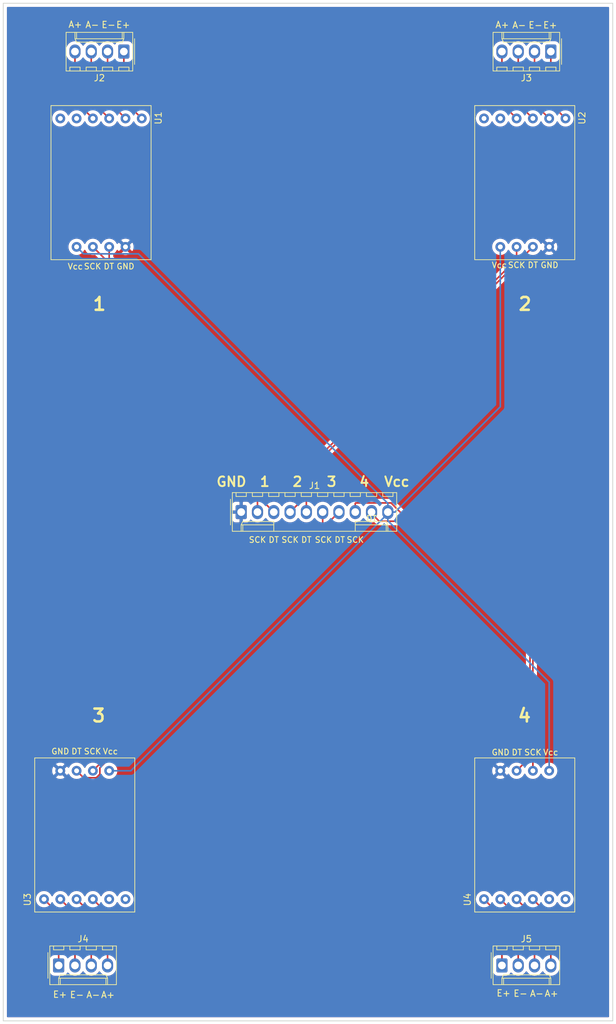
<source format=kicad_pcb>
(kicad_pcb (version 20171130) (host pcbnew "(5.1.5-0)")

  (general
    (thickness 1.6)
    (drawings 54)
    (tracks 84)
    (zones 0)
    (modules 9)
    (nets 27)
  )

  (page A4)
  (title_block
    (title "Load Cell Connector Board")
    (date 2020-01-07)
    (rev v01)
    (comment 4 "Author: Andreas Hoenle")
  )

  (layers
    (0 F.Cu signal)
    (31 B.Cu signal)
    (32 B.Adhes user)
    (33 F.Adhes user)
    (34 B.Paste user)
    (35 F.Paste user)
    (36 B.SilkS user)
    (37 F.SilkS user)
    (38 B.Mask user)
    (39 F.Mask user)
    (40 Dwgs.User user)
    (41 Cmts.User user)
    (42 Eco1.User user)
    (43 Eco2.User user)
    (44 Edge.Cuts user)
    (45 Margin user)
    (46 B.CrtYd user)
    (47 F.CrtYd user)
    (48 B.Fab user)
    (49 F.Fab user)
  )

  (setup
    (last_trace_width 0.25)
    (trace_clearance 0.2)
    (zone_clearance 0.508)
    (zone_45_only no)
    (trace_min 0.2)
    (via_size 0.8)
    (via_drill 0.4)
    (via_min_size 0.4)
    (via_min_drill 0.3)
    (uvia_size 0.3)
    (uvia_drill 0.1)
    (uvias_allowed no)
    (uvia_min_size 0.2)
    (uvia_min_drill 0.1)
    (edge_width 0.05)
    (segment_width 0.2)
    (pcb_text_width 0.3)
    (pcb_text_size 1.5 1.5)
    (mod_edge_width 0.12)
    (mod_text_size 1 1)
    (mod_text_width 0.15)
    (pad_size 1.524 1.524)
    (pad_drill 0.762)
    (pad_to_mask_clearance 0.051)
    (solder_mask_min_width 0.25)
    (aux_axis_origin 0 0)
    (visible_elements FFFFFF7F)
    (pcbplotparams
      (layerselection 0x010fc_ffffffff)
      (usegerberextensions false)
      (usegerberattributes false)
      (usegerberadvancedattributes false)
      (creategerberjobfile false)
      (excludeedgelayer true)
      (linewidth 0.100000)
      (plotframeref false)
      (viasonmask false)
      (mode 1)
      (useauxorigin false)
      (hpglpennumber 1)
      (hpglpenspeed 20)
      (hpglpendiameter 15.000000)
      (psnegative false)
      (psa4output false)
      (plotreference true)
      (plotvalue true)
      (plotinvisibletext false)
      (padsonsilk false)
      (subtractmaskfromsilk false)
      (outputformat 1)
      (mirror false)
      (drillshape 0)
      (scaleselection 1)
      (outputdirectory "gerbers/"))
  )

  (net 0 "")
  (net 1 "Net-(J1-Pad2)")
  (net 2 "Net-(J1-Pad3)")
  (net 3 "Net-(J1-Pad4)")
  (net 4 "Net-(J1-Pad5)")
  (net 5 "Net-(J1-Pad6)")
  (net 6 "Net-(J1-Pad7)")
  (net 7 "Net-(J1-Pad8)")
  (net 8 "Net-(J1-Pad9)")
  (net 9 "Net-(J2-Pad1)")
  (net 10 "Net-(J2-Pad2)")
  (net 11 "Net-(J2-Pad3)")
  (net 12 "Net-(J2-Pad4)")
  (net 13 "Net-(J3-Pad4)")
  (net 14 "Net-(J3-Pad3)")
  (net 15 "Net-(J3-Pad2)")
  (net 16 "Net-(J3-Pad1)")
  (net 17 "Net-(J4-Pad1)")
  (net 18 "Net-(J4-Pad2)")
  (net 19 "Net-(J4-Pad3)")
  (net 20 "Net-(J4-Pad4)")
  (net 21 "Net-(J5-Pad4)")
  (net 22 "Net-(J5-Pad3)")
  (net 23 "Net-(J5-Pad2)")
  (net 24 "Net-(J5-Pad1)")
  (net 25 GND)
  (net 26 VCC)

  (net_class Default "This is the default net class."
    (clearance 0.2)
    (trace_width 0.25)
    (via_dia 0.8)
    (via_drill 0.4)
    (uvia_dia 0.3)
    (uvia_drill 0.1)
    (add_net GND)
    (add_net "Net-(J1-Pad2)")
    (add_net "Net-(J1-Pad3)")
    (add_net "Net-(J1-Pad4)")
    (add_net "Net-(J1-Pad5)")
    (add_net "Net-(J1-Pad6)")
    (add_net "Net-(J1-Pad7)")
    (add_net "Net-(J1-Pad8)")
    (add_net "Net-(J1-Pad9)")
    (add_net "Net-(J2-Pad1)")
    (add_net "Net-(J2-Pad2)")
    (add_net "Net-(J2-Pad3)")
    (add_net "Net-(J2-Pad4)")
    (add_net "Net-(J3-Pad1)")
    (add_net "Net-(J3-Pad2)")
    (add_net "Net-(J3-Pad3)")
    (add_net "Net-(J3-Pad4)")
    (add_net "Net-(J4-Pad1)")
    (add_net "Net-(J4-Pad2)")
    (add_net "Net-(J4-Pad3)")
    (add_net "Net-(J4-Pad4)")
    (add_net "Net-(J5-Pad1)")
    (add_net "Net-(J5-Pad2)")
    (add_net "Net-(J5-Pad3)")
    (add_net "Net-(J5-Pad4)")
    (add_net VCC)
  )

  (module Connector_Molex:Molex_KK-254_AE-6410-10A_1x10_P2.54mm_Vertical (layer F.Cu) (tedit 5B78013E) (tstamp 5E157A79)
    (at 128.524 109.728)
    (descr "Molex KK-254 Interconnect System, old/engineering part number: AE-6410-10A example for new part number: 22-27-2101, 10 Pins (http://www.molex.com/pdm_docs/sd/022272021_sd.pdf), generated with kicad-footprint-generator")
    (tags "connector Molex KK-254 side entry")
    (path /5E155A01)
    (fp_text reference J1 (at 11.43 -4.12) (layer F.SilkS)
      (effects (font (size 1 1) (thickness 0.15)))
    )
    (fp_text value Conn_01x10_Male (at 11.43 4.08) (layer F.Fab)
      (effects (font (size 1 1) (thickness 0.15)))
    )
    (fp_line (start -1.27 -2.92) (end -1.27 2.88) (layer F.Fab) (width 0.1))
    (fp_line (start -1.27 2.88) (end 24.13 2.88) (layer F.Fab) (width 0.1))
    (fp_line (start 24.13 2.88) (end 24.13 -2.92) (layer F.Fab) (width 0.1))
    (fp_line (start 24.13 -2.92) (end -1.27 -2.92) (layer F.Fab) (width 0.1))
    (fp_line (start -1.38 -3.03) (end -1.38 2.99) (layer F.SilkS) (width 0.12))
    (fp_line (start -1.38 2.99) (end 24.24 2.99) (layer F.SilkS) (width 0.12))
    (fp_line (start 24.24 2.99) (end 24.24 -3.03) (layer F.SilkS) (width 0.12))
    (fp_line (start 24.24 -3.03) (end -1.38 -3.03) (layer F.SilkS) (width 0.12))
    (fp_line (start -1.67 -2) (end -1.67 2) (layer F.SilkS) (width 0.12))
    (fp_line (start -1.27 -0.5) (end -0.562893 0) (layer F.Fab) (width 0.1))
    (fp_line (start -0.562893 0) (end -1.27 0.5) (layer F.Fab) (width 0.1))
    (fp_line (start 0 2.99) (end 0 1.99) (layer F.SilkS) (width 0.12))
    (fp_line (start 0 1.99) (end 5.08 1.99) (layer F.SilkS) (width 0.12))
    (fp_line (start 5.08 1.99) (end 5.08 2.99) (layer F.SilkS) (width 0.12))
    (fp_line (start 0 1.99) (end 0.25 1.46) (layer F.SilkS) (width 0.12))
    (fp_line (start 0.25 1.46) (end 5.08 1.46) (layer F.SilkS) (width 0.12))
    (fp_line (start 5.08 1.46) (end 5.08 1.99) (layer F.SilkS) (width 0.12))
    (fp_line (start 0.25 2.99) (end 0.25 1.99) (layer F.SilkS) (width 0.12))
    (fp_line (start 22.86 2.99) (end 22.86 1.99) (layer F.SilkS) (width 0.12))
    (fp_line (start 22.86 1.99) (end 17.78 1.99) (layer F.SilkS) (width 0.12))
    (fp_line (start 17.78 1.99) (end 17.78 2.99) (layer F.SilkS) (width 0.12))
    (fp_line (start 22.86 1.99) (end 22.61 1.46) (layer F.SilkS) (width 0.12))
    (fp_line (start 22.61 1.46) (end 17.78 1.46) (layer F.SilkS) (width 0.12))
    (fp_line (start 17.78 1.46) (end 17.78 1.99) (layer F.SilkS) (width 0.12))
    (fp_line (start 22.61 2.99) (end 22.61 1.99) (layer F.SilkS) (width 0.12))
    (fp_line (start -0.8 -3.03) (end -0.8 -2.43) (layer F.SilkS) (width 0.12))
    (fp_line (start -0.8 -2.43) (end 0.8 -2.43) (layer F.SilkS) (width 0.12))
    (fp_line (start 0.8 -2.43) (end 0.8 -3.03) (layer F.SilkS) (width 0.12))
    (fp_line (start 1.74 -3.03) (end 1.74 -2.43) (layer F.SilkS) (width 0.12))
    (fp_line (start 1.74 -2.43) (end 3.34 -2.43) (layer F.SilkS) (width 0.12))
    (fp_line (start 3.34 -2.43) (end 3.34 -3.03) (layer F.SilkS) (width 0.12))
    (fp_line (start 4.28 -3.03) (end 4.28 -2.43) (layer F.SilkS) (width 0.12))
    (fp_line (start 4.28 -2.43) (end 5.88 -2.43) (layer F.SilkS) (width 0.12))
    (fp_line (start 5.88 -2.43) (end 5.88 -3.03) (layer F.SilkS) (width 0.12))
    (fp_line (start 6.82 -3.03) (end 6.82 -2.43) (layer F.SilkS) (width 0.12))
    (fp_line (start 6.82 -2.43) (end 8.42 -2.43) (layer F.SilkS) (width 0.12))
    (fp_line (start 8.42 -2.43) (end 8.42 -3.03) (layer F.SilkS) (width 0.12))
    (fp_line (start 9.36 -3.03) (end 9.36 -2.43) (layer F.SilkS) (width 0.12))
    (fp_line (start 9.36 -2.43) (end 10.96 -2.43) (layer F.SilkS) (width 0.12))
    (fp_line (start 10.96 -2.43) (end 10.96 -3.03) (layer F.SilkS) (width 0.12))
    (fp_line (start 11.9 -3.03) (end 11.9 -2.43) (layer F.SilkS) (width 0.12))
    (fp_line (start 11.9 -2.43) (end 13.5 -2.43) (layer F.SilkS) (width 0.12))
    (fp_line (start 13.5 -2.43) (end 13.5 -3.03) (layer F.SilkS) (width 0.12))
    (fp_line (start 14.44 -3.03) (end 14.44 -2.43) (layer F.SilkS) (width 0.12))
    (fp_line (start 14.44 -2.43) (end 16.04 -2.43) (layer F.SilkS) (width 0.12))
    (fp_line (start 16.04 -2.43) (end 16.04 -3.03) (layer F.SilkS) (width 0.12))
    (fp_line (start 16.98 -3.03) (end 16.98 -2.43) (layer F.SilkS) (width 0.12))
    (fp_line (start 16.98 -2.43) (end 18.58 -2.43) (layer F.SilkS) (width 0.12))
    (fp_line (start 18.58 -2.43) (end 18.58 -3.03) (layer F.SilkS) (width 0.12))
    (fp_line (start 19.52 -3.03) (end 19.52 -2.43) (layer F.SilkS) (width 0.12))
    (fp_line (start 19.52 -2.43) (end 21.12 -2.43) (layer F.SilkS) (width 0.12))
    (fp_line (start 21.12 -2.43) (end 21.12 -3.03) (layer F.SilkS) (width 0.12))
    (fp_line (start 22.06 -3.03) (end 22.06 -2.43) (layer F.SilkS) (width 0.12))
    (fp_line (start 22.06 -2.43) (end 23.66 -2.43) (layer F.SilkS) (width 0.12))
    (fp_line (start 23.66 -2.43) (end 23.66 -3.03) (layer F.SilkS) (width 0.12))
    (fp_line (start -1.77 -3.42) (end -1.77 3.38) (layer F.CrtYd) (width 0.05))
    (fp_line (start -1.77 3.38) (end 24.63 3.38) (layer F.CrtYd) (width 0.05))
    (fp_line (start 24.63 3.38) (end 24.63 -3.42) (layer F.CrtYd) (width 0.05))
    (fp_line (start 24.63 -3.42) (end -1.77 -3.42) (layer F.CrtYd) (width 0.05))
    (fp_text user %R (at 11.43 -2.22) (layer F.Fab)
      (effects (font (size 1 1) (thickness 0.15)))
    )
    (pad 1 thru_hole roundrect (at 0 0) (size 1.74 2.2) (drill 1.2) (layers *.Cu *.Mask) (roundrect_rratio 0.143678)
      (net 25 GND))
    (pad 2 thru_hole oval (at 2.54 0) (size 1.74 2.2) (drill 1.2) (layers *.Cu *.Mask)
      (net 1 "Net-(J1-Pad2)"))
    (pad 3 thru_hole oval (at 5.08 0) (size 1.74 2.2) (drill 1.2) (layers *.Cu *.Mask)
      (net 2 "Net-(J1-Pad3)"))
    (pad 4 thru_hole oval (at 7.62 0) (size 1.74 2.2) (drill 1.2) (layers *.Cu *.Mask)
      (net 3 "Net-(J1-Pad4)"))
    (pad 5 thru_hole oval (at 10.16 0) (size 1.74 2.2) (drill 1.2) (layers *.Cu *.Mask)
      (net 4 "Net-(J1-Pad5)"))
    (pad 6 thru_hole oval (at 12.7 0) (size 1.74 2.2) (drill 1.2) (layers *.Cu *.Mask)
      (net 5 "Net-(J1-Pad6)"))
    (pad 7 thru_hole oval (at 15.24 0) (size 1.74 2.2) (drill 1.2) (layers *.Cu *.Mask)
      (net 6 "Net-(J1-Pad7)"))
    (pad 8 thru_hole oval (at 17.78 0) (size 1.74 2.2) (drill 1.2) (layers *.Cu *.Mask)
      (net 7 "Net-(J1-Pad8)"))
    (pad 9 thru_hole oval (at 20.32 0) (size 1.74 2.2) (drill 1.2) (layers *.Cu *.Mask)
      (net 8 "Net-(J1-Pad9)"))
    (pad 10 thru_hole oval (at 22.86 0) (size 1.74 2.2) (drill 1.2) (layers *.Cu *.Mask)
      (net 26 VCC))
    (model ${KISYS3DMOD}/Connector_Molex.3dshapes/Molex_KK-254_AE-6410-10A_1x10_P2.54mm_Vertical.wrl
      (at (xyz 0 0 0))
      (scale (xyz 1 1 1))
      (rotate (xyz 0 0 0))
    )
  )

  (module Connector_Molex:Molex_KK-254_AE-6410-04A_1x04_P2.54mm_Vertical (layer F.Cu) (tedit 5B78013E) (tstamp 5E1576E3)
    (at 110.236 38 180)
    (descr "Molex KK-254 Interconnect System, old/engineering part number: AE-6410-04A example for new part number: 22-27-2041, 4 Pins (http://www.molex.com/pdm_docs/sd/022272021_sd.pdf), generated with kicad-footprint-generator")
    (tags "connector Molex KK-254 side entry")
    (path /5E153F48)
    (fp_text reference J2 (at 3.81 -4.12) (layer F.SilkS)
      (effects (font (size 1 1) (thickness 0.15)))
    )
    (fp_text value Conn_01x04_Male (at 3.81 4.08) (layer F.Fab)
      (effects (font (size 1 1) (thickness 0.15)))
    )
    (fp_line (start -1.27 -2.92) (end -1.27 2.88) (layer F.Fab) (width 0.1))
    (fp_line (start -1.27 2.88) (end 8.89 2.88) (layer F.Fab) (width 0.1))
    (fp_line (start 8.89 2.88) (end 8.89 -2.92) (layer F.Fab) (width 0.1))
    (fp_line (start 8.89 -2.92) (end -1.27 -2.92) (layer F.Fab) (width 0.1))
    (fp_line (start -1.38 -3.03) (end -1.38 2.99) (layer F.SilkS) (width 0.12))
    (fp_line (start -1.38 2.99) (end 9 2.99) (layer F.SilkS) (width 0.12))
    (fp_line (start 9 2.99) (end 9 -3.03) (layer F.SilkS) (width 0.12))
    (fp_line (start 9 -3.03) (end -1.38 -3.03) (layer F.SilkS) (width 0.12))
    (fp_line (start -1.67 -2) (end -1.67 2) (layer F.SilkS) (width 0.12))
    (fp_line (start -1.27 -0.5) (end -0.562893 0) (layer F.Fab) (width 0.1))
    (fp_line (start -0.562893 0) (end -1.27 0.5) (layer F.Fab) (width 0.1))
    (fp_line (start 0 2.99) (end 0 1.99) (layer F.SilkS) (width 0.12))
    (fp_line (start 0 1.99) (end 7.62 1.99) (layer F.SilkS) (width 0.12))
    (fp_line (start 7.62 1.99) (end 7.62 2.99) (layer F.SilkS) (width 0.12))
    (fp_line (start 0 1.99) (end 0.25 1.46) (layer F.SilkS) (width 0.12))
    (fp_line (start 0.25 1.46) (end 7.37 1.46) (layer F.SilkS) (width 0.12))
    (fp_line (start 7.37 1.46) (end 7.62 1.99) (layer F.SilkS) (width 0.12))
    (fp_line (start 0.25 2.99) (end 0.25 1.99) (layer F.SilkS) (width 0.12))
    (fp_line (start 7.37 2.99) (end 7.37 1.99) (layer F.SilkS) (width 0.12))
    (fp_line (start -0.8 -3.03) (end -0.8 -2.43) (layer F.SilkS) (width 0.12))
    (fp_line (start -0.8 -2.43) (end 0.8 -2.43) (layer F.SilkS) (width 0.12))
    (fp_line (start 0.8 -2.43) (end 0.8 -3.03) (layer F.SilkS) (width 0.12))
    (fp_line (start 1.74 -3.03) (end 1.74 -2.43) (layer F.SilkS) (width 0.12))
    (fp_line (start 1.74 -2.43) (end 3.34 -2.43) (layer F.SilkS) (width 0.12))
    (fp_line (start 3.34 -2.43) (end 3.34 -3.03) (layer F.SilkS) (width 0.12))
    (fp_line (start 4.28 -3.03) (end 4.28 -2.43) (layer F.SilkS) (width 0.12))
    (fp_line (start 4.28 -2.43) (end 5.88 -2.43) (layer F.SilkS) (width 0.12))
    (fp_line (start 5.88 -2.43) (end 5.88 -3.03) (layer F.SilkS) (width 0.12))
    (fp_line (start 6.82 -3.03) (end 6.82 -2.43) (layer F.SilkS) (width 0.12))
    (fp_line (start 6.82 -2.43) (end 8.42 -2.43) (layer F.SilkS) (width 0.12))
    (fp_line (start 8.42 -2.43) (end 8.42 -3.03) (layer F.SilkS) (width 0.12))
    (fp_line (start -1.77 -3.42) (end -1.77 3.38) (layer F.CrtYd) (width 0.05))
    (fp_line (start -1.77 3.38) (end 9.39 3.38) (layer F.CrtYd) (width 0.05))
    (fp_line (start 9.39 3.38) (end 9.39 -3.42) (layer F.CrtYd) (width 0.05))
    (fp_line (start 9.39 -3.42) (end -1.77 -3.42) (layer F.CrtYd) (width 0.05))
    (fp_text user %R (at 3.81 -2.22) (layer F.Fab)
      (effects (font (size 1 1) (thickness 0.15)))
    )
    (pad 1 thru_hole roundrect (at 0 0 180) (size 1.74 2.2) (drill 1.2) (layers *.Cu *.Mask) (roundrect_rratio 0.143678)
      (net 9 "Net-(J2-Pad1)"))
    (pad 2 thru_hole oval (at 2.54 0 180) (size 1.74 2.2) (drill 1.2) (layers *.Cu *.Mask)
      (net 10 "Net-(J2-Pad2)"))
    (pad 3 thru_hole oval (at 5.08 0 180) (size 1.74 2.2) (drill 1.2) (layers *.Cu *.Mask)
      (net 11 "Net-(J2-Pad3)"))
    (pad 4 thru_hole oval (at 7.62 0 180) (size 1.74 2.2) (drill 1.2) (layers *.Cu *.Mask)
      (net 12 "Net-(J2-Pad4)"))
    (model ${KISYS3DMOD}/Connector_Molex.3dshapes/Molex_KK-254_AE-6410-04A_1x04_P2.54mm_Vertical.wrl
      (at (xyz 0 0 0))
      (scale (xyz 1 1 1))
      (rotate (xyz 0 0 0))
    )
  )

  (module Connector_Molex:Molex_KK-254_AE-6410-04A_1x04_P2.54mm_Vertical (layer F.Cu) (tedit 5B78013E) (tstamp 5E157062)
    (at 176.784 38 180)
    (descr "Molex KK-254 Interconnect System, old/engineering part number: AE-6410-04A example for new part number: 22-27-2041, 4 Pins (http://www.molex.com/pdm_docs/sd/022272021_sd.pdf), generated with kicad-footprint-generator")
    (tags "connector Molex KK-254 side entry")
    (path /5E15437D)
    (fp_text reference J3 (at 3.81 -4.12) (layer F.SilkS)
      (effects (font (size 1 1) (thickness 0.15)))
    )
    (fp_text value Conn_01x04_Male (at 3.81 4.08) (layer F.Fab)
      (effects (font (size 1 1) (thickness 0.15)))
    )
    (fp_text user %R (at 3.81 -2.22 180) (layer F.Fab)
      (effects (font (size 1 1) (thickness 0.15)))
    )
    (fp_line (start 9.39 -3.42) (end -1.77 -3.42) (layer F.CrtYd) (width 0.05))
    (fp_line (start 9.39 3.38) (end 9.39 -3.42) (layer F.CrtYd) (width 0.05))
    (fp_line (start -1.77 3.38) (end 9.39 3.38) (layer F.CrtYd) (width 0.05))
    (fp_line (start -1.77 -3.42) (end -1.77 3.38) (layer F.CrtYd) (width 0.05))
    (fp_line (start 8.42 -2.43) (end 8.42 -3.03) (layer F.SilkS) (width 0.12))
    (fp_line (start 6.82 -2.43) (end 8.42 -2.43) (layer F.SilkS) (width 0.12))
    (fp_line (start 6.82 -3.03) (end 6.82 -2.43) (layer F.SilkS) (width 0.12))
    (fp_line (start 5.88 -2.43) (end 5.88 -3.03) (layer F.SilkS) (width 0.12))
    (fp_line (start 4.28 -2.43) (end 5.88 -2.43) (layer F.SilkS) (width 0.12))
    (fp_line (start 4.28 -3.03) (end 4.28 -2.43) (layer F.SilkS) (width 0.12))
    (fp_line (start 3.34 -2.43) (end 3.34 -3.03) (layer F.SilkS) (width 0.12))
    (fp_line (start 1.74 -2.43) (end 3.34 -2.43) (layer F.SilkS) (width 0.12))
    (fp_line (start 1.74 -3.03) (end 1.74 -2.43) (layer F.SilkS) (width 0.12))
    (fp_line (start 0.8 -2.43) (end 0.8 -3.03) (layer F.SilkS) (width 0.12))
    (fp_line (start -0.8 -2.43) (end 0.8 -2.43) (layer F.SilkS) (width 0.12))
    (fp_line (start -0.8 -3.03) (end -0.8 -2.43) (layer F.SilkS) (width 0.12))
    (fp_line (start 7.37 2.99) (end 7.37 1.99) (layer F.SilkS) (width 0.12))
    (fp_line (start 0.25 2.99) (end 0.25 1.99) (layer F.SilkS) (width 0.12))
    (fp_line (start 7.37 1.46) (end 7.62 1.99) (layer F.SilkS) (width 0.12))
    (fp_line (start 0.25 1.46) (end 7.37 1.46) (layer F.SilkS) (width 0.12))
    (fp_line (start 0 1.99) (end 0.25 1.46) (layer F.SilkS) (width 0.12))
    (fp_line (start 7.62 1.99) (end 7.62 2.99) (layer F.SilkS) (width 0.12))
    (fp_line (start 0 1.99) (end 7.62 1.99) (layer F.SilkS) (width 0.12))
    (fp_line (start 0 2.99) (end 0 1.99) (layer F.SilkS) (width 0.12))
    (fp_line (start -0.562893 0) (end -1.27 0.5) (layer F.Fab) (width 0.1))
    (fp_line (start -1.27 -0.5) (end -0.562893 0) (layer F.Fab) (width 0.1))
    (fp_line (start -1.67 -2) (end -1.67 2) (layer F.SilkS) (width 0.12))
    (fp_line (start 9 -3.03) (end -1.38 -3.03) (layer F.SilkS) (width 0.12))
    (fp_line (start 9 2.99) (end 9 -3.03) (layer F.SilkS) (width 0.12))
    (fp_line (start -1.38 2.99) (end 9 2.99) (layer F.SilkS) (width 0.12))
    (fp_line (start -1.38 -3.03) (end -1.38 2.99) (layer F.SilkS) (width 0.12))
    (fp_line (start 8.89 -2.92) (end -1.27 -2.92) (layer F.Fab) (width 0.1))
    (fp_line (start 8.89 2.88) (end 8.89 -2.92) (layer F.Fab) (width 0.1))
    (fp_line (start -1.27 2.88) (end 8.89 2.88) (layer F.Fab) (width 0.1))
    (fp_line (start -1.27 -2.92) (end -1.27 2.88) (layer F.Fab) (width 0.1))
    (pad 4 thru_hole oval (at 7.62 0 180) (size 1.74 2.2) (drill 1.2) (layers *.Cu *.Mask)
      (net 13 "Net-(J3-Pad4)"))
    (pad 3 thru_hole oval (at 5.08 0 180) (size 1.74 2.2) (drill 1.2) (layers *.Cu *.Mask)
      (net 14 "Net-(J3-Pad3)"))
    (pad 2 thru_hole oval (at 2.54 0 180) (size 1.74 2.2) (drill 1.2) (layers *.Cu *.Mask)
      (net 15 "Net-(J3-Pad2)"))
    (pad 1 thru_hole roundrect (at 0 0 180) (size 1.74 2.2) (drill 1.2) (layers *.Cu *.Mask) (roundrect_rratio 0.143678)
      (net 16 "Net-(J3-Pad1)"))
    (model ${KISYS3DMOD}/Connector_Molex.3dshapes/Molex_KK-254_AE-6410-04A_1x04_P2.54mm_Vertical.wrl
      (at (xyz 0 0 0))
      (scale (xyz 1 1 1))
      (rotate (xyz 0 0 0))
    )
  )

  (module Connector_Molex:Molex_KK-254_AE-6410-04A_1x04_P2.54mm_Vertical (layer F.Cu) (tedit 5B78013E) (tstamp 5E155BF2)
    (at 100.076 180.34)
    (descr "Molex KK-254 Interconnect System, old/engineering part number: AE-6410-04A example for new part number: 22-27-2041, 4 Pins (http://www.molex.com/pdm_docs/sd/022272021_sd.pdf), generated with kicad-footprint-generator")
    (tags "connector Molex KK-254 side entry")
    (path /5E154AFA)
    (fp_text reference J4 (at 3.81 -4.12) (layer F.SilkS)
      (effects (font (size 1 1) (thickness 0.15)))
    )
    (fp_text value Conn_01x04_Male (at 3.81 4.08) (layer F.Fab)
      (effects (font (size 1 1) (thickness 0.15)))
    )
    (fp_line (start -1.27 -2.92) (end -1.27 2.88) (layer F.Fab) (width 0.1))
    (fp_line (start -1.27 2.88) (end 8.89 2.88) (layer F.Fab) (width 0.1))
    (fp_line (start 8.89 2.88) (end 8.89 -2.92) (layer F.Fab) (width 0.1))
    (fp_line (start 8.89 -2.92) (end -1.27 -2.92) (layer F.Fab) (width 0.1))
    (fp_line (start -1.38 -3.03) (end -1.38 2.99) (layer F.SilkS) (width 0.12))
    (fp_line (start -1.38 2.99) (end 9 2.99) (layer F.SilkS) (width 0.12))
    (fp_line (start 9 2.99) (end 9 -3.03) (layer F.SilkS) (width 0.12))
    (fp_line (start 9 -3.03) (end -1.38 -3.03) (layer F.SilkS) (width 0.12))
    (fp_line (start -1.67 -2) (end -1.67 2) (layer F.SilkS) (width 0.12))
    (fp_line (start -1.27 -0.5) (end -0.562893 0) (layer F.Fab) (width 0.1))
    (fp_line (start -0.562893 0) (end -1.27 0.5) (layer F.Fab) (width 0.1))
    (fp_line (start 0 2.99) (end 0 1.99) (layer F.SilkS) (width 0.12))
    (fp_line (start 0 1.99) (end 7.62 1.99) (layer F.SilkS) (width 0.12))
    (fp_line (start 7.62 1.99) (end 7.62 2.99) (layer F.SilkS) (width 0.12))
    (fp_line (start 0 1.99) (end 0.25 1.46) (layer F.SilkS) (width 0.12))
    (fp_line (start 0.25 1.46) (end 7.37 1.46) (layer F.SilkS) (width 0.12))
    (fp_line (start 7.37 1.46) (end 7.62 1.99) (layer F.SilkS) (width 0.12))
    (fp_line (start 0.25 2.99) (end 0.25 1.99) (layer F.SilkS) (width 0.12))
    (fp_line (start 7.37 2.99) (end 7.37 1.99) (layer F.SilkS) (width 0.12))
    (fp_line (start -0.8 -3.03) (end -0.8 -2.43) (layer F.SilkS) (width 0.12))
    (fp_line (start -0.8 -2.43) (end 0.8 -2.43) (layer F.SilkS) (width 0.12))
    (fp_line (start 0.8 -2.43) (end 0.8 -3.03) (layer F.SilkS) (width 0.12))
    (fp_line (start 1.74 -3.03) (end 1.74 -2.43) (layer F.SilkS) (width 0.12))
    (fp_line (start 1.74 -2.43) (end 3.34 -2.43) (layer F.SilkS) (width 0.12))
    (fp_line (start 3.34 -2.43) (end 3.34 -3.03) (layer F.SilkS) (width 0.12))
    (fp_line (start 4.28 -3.03) (end 4.28 -2.43) (layer F.SilkS) (width 0.12))
    (fp_line (start 4.28 -2.43) (end 5.88 -2.43) (layer F.SilkS) (width 0.12))
    (fp_line (start 5.88 -2.43) (end 5.88 -3.03) (layer F.SilkS) (width 0.12))
    (fp_line (start 6.82 -3.03) (end 6.82 -2.43) (layer F.SilkS) (width 0.12))
    (fp_line (start 6.82 -2.43) (end 8.42 -2.43) (layer F.SilkS) (width 0.12))
    (fp_line (start 8.42 -2.43) (end 8.42 -3.03) (layer F.SilkS) (width 0.12))
    (fp_line (start -1.77 -3.42) (end -1.77 3.38) (layer F.CrtYd) (width 0.05))
    (fp_line (start -1.77 3.38) (end 9.39 3.38) (layer F.CrtYd) (width 0.05))
    (fp_line (start 9.39 3.38) (end 9.39 -3.42) (layer F.CrtYd) (width 0.05))
    (fp_line (start 9.39 -3.42) (end -1.77 -3.42) (layer F.CrtYd) (width 0.05))
    (fp_text user %R (at 3.81 -2.22) (layer F.Fab)
      (effects (font (size 1 1) (thickness 0.15)))
    )
    (pad 1 thru_hole roundrect (at 0 0) (size 1.74 2.2) (drill 1.2) (layers *.Cu *.Mask) (roundrect_rratio 0.143678)
      (net 17 "Net-(J4-Pad1)"))
    (pad 2 thru_hole oval (at 2.54 0) (size 1.74 2.2) (drill 1.2) (layers *.Cu *.Mask)
      (net 18 "Net-(J4-Pad2)"))
    (pad 3 thru_hole oval (at 5.08 0) (size 1.74 2.2) (drill 1.2) (layers *.Cu *.Mask)
      (net 19 "Net-(J4-Pad3)"))
    (pad 4 thru_hole oval (at 7.62 0) (size 1.74 2.2) (drill 1.2) (layers *.Cu *.Mask)
      (net 20 "Net-(J4-Pad4)"))
    (model ${KISYS3DMOD}/Connector_Molex.3dshapes/Molex_KK-254_AE-6410-04A_1x04_P2.54mm_Vertical.wrl
      (at (xyz 0 0 0))
      (scale (xyz 1 1 1))
      (rotate (xyz 0 0 0))
    )
  )

  (module Connector_Molex:Molex_KK-254_AE-6410-04A_1x04_P2.54mm_Vertical (layer F.Cu) (tedit 5B78013E) (tstamp 5E155C1E)
    (at 169.164 180.34)
    (descr "Molex KK-254 Interconnect System, old/engineering part number: AE-6410-04A example for new part number: 22-27-2041, 4 Pins (http://www.molex.com/pdm_docs/sd/022272021_sd.pdf), generated with kicad-footprint-generator")
    (tags "connector Molex KK-254 side entry")
    (path /5E155118)
    (fp_text reference J5 (at 3.81 -4.12) (layer F.SilkS)
      (effects (font (size 1 1) (thickness 0.15)))
    )
    (fp_text value Conn_01x04_Male (at 3.81 4.08) (layer F.Fab)
      (effects (font (size 1 1) (thickness 0.15)))
    )
    (fp_text user %R (at 3.81 -2.22) (layer F.Fab)
      (effects (font (size 1 1) (thickness 0.15)))
    )
    (fp_line (start 9.39 -3.42) (end -1.77 -3.42) (layer F.CrtYd) (width 0.05))
    (fp_line (start 9.39 3.38) (end 9.39 -3.42) (layer F.CrtYd) (width 0.05))
    (fp_line (start -1.77 3.38) (end 9.39 3.38) (layer F.CrtYd) (width 0.05))
    (fp_line (start -1.77 -3.42) (end -1.77 3.38) (layer F.CrtYd) (width 0.05))
    (fp_line (start 8.42 -2.43) (end 8.42 -3.03) (layer F.SilkS) (width 0.12))
    (fp_line (start 6.82 -2.43) (end 8.42 -2.43) (layer F.SilkS) (width 0.12))
    (fp_line (start 6.82 -3.03) (end 6.82 -2.43) (layer F.SilkS) (width 0.12))
    (fp_line (start 5.88 -2.43) (end 5.88 -3.03) (layer F.SilkS) (width 0.12))
    (fp_line (start 4.28 -2.43) (end 5.88 -2.43) (layer F.SilkS) (width 0.12))
    (fp_line (start 4.28 -3.03) (end 4.28 -2.43) (layer F.SilkS) (width 0.12))
    (fp_line (start 3.34 -2.43) (end 3.34 -3.03) (layer F.SilkS) (width 0.12))
    (fp_line (start 1.74 -2.43) (end 3.34 -2.43) (layer F.SilkS) (width 0.12))
    (fp_line (start 1.74 -3.03) (end 1.74 -2.43) (layer F.SilkS) (width 0.12))
    (fp_line (start 0.8 -2.43) (end 0.8 -3.03) (layer F.SilkS) (width 0.12))
    (fp_line (start -0.8 -2.43) (end 0.8 -2.43) (layer F.SilkS) (width 0.12))
    (fp_line (start -0.8 -3.03) (end -0.8 -2.43) (layer F.SilkS) (width 0.12))
    (fp_line (start 7.37 2.99) (end 7.37 1.99) (layer F.SilkS) (width 0.12))
    (fp_line (start 0.25 2.99) (end 0.25 1.99) (layer F.SilkS) (width 0.12))
    (fp_line (start 7.37 1.46) (end 7.62 1.99) (layer F.SilkS) (width 0.12))
    (fp_line (start 0.25 1.46) (end 7.37 1.46) (layer F.SilkS) (width 0.12))
    (fp_line (start 0 1.99) (end 0.25 1.46) (layer F.SilkS) (width 0.12))
    (fp_line (start 7.62 1.99) (end 7.62 2.99) (layer F.SilkS) (width 0.12))
    (fp_line (start 0 1.99) (end 7.62 1.99) (layer F.SilkS) (width 0.12))
    (fp_line (start 0 2.99) (end 0 1.99) (layer F.SilkS) (width 0.12))
    (fp_line (start -0.562893 0) (end -1.27 0.5) (layer F.Fab) (width 0.1))
    (fp_line (start -1.27 -0.5) (end -0.562893 0) (layer F.Fab) (width 0.1))
    (fp_line (start -1.67 -2) (end -1.67 2) (layer F.SilkS) (width 0.12))
    (fp_line (start 9 -3.03) (end -1.38 -3.03) (layer F.SilkS) (width 0.12))
    (fp_line (start 9 2.99) (end 9 -3.03) (layer F.SilkS) (width 0.12))
    (fp_line (start -1.38 2.99) (end 9 2.99) (layer F.SilkS) (width 0.12))
    (fp_line (start -1.38 -3.03) (end -1.38 2.99) (layer F.SilkS) (width 0.12))
    (fp_line (start 8.89 -2.92) (end -1.27 -2.92) (layer F.Fab) (width 0.1))
    (fp_line (start 8.89 2.88) (end 8.89 -2.92) (layer F.Fab) (width 0.1))
    (fp_line (start -1.27 2.88) (end 8.89 2.88) (layer F.Fab) (width 0.1))
    (fp_line (start -1.27 -2.92) (end -1.27 2.88) (layer F.Fab) (width 0.1))
    (pad 4 thru_hole oval (at 7.62 0) (size 1.74 2.2) (drill 1.2) (layers *.Cu *.Mask)
      (net 21 "Net-(J5-Pad4)"))
    (pad 3 thru_hole oval (at 5.08 0) (size 1.74 2.2) (drill 1.2) (layers *.Cu *.Mask)
      (net 22 "Net-(J5-Pad3)"))
    (pad 2 thru_hole oval (at 2.54 0) (size 1.74 2.2) (drill 1.2) (layers *.Cu *.Mask)
      (net 23 "Net-(J5-Pad2)"))
    (pad 1 thru_hole roundrect (at 0 0) (size 1.74 2.2) (drill 1.2) (layers *.Cu *.Mask) (roundrect_rratio 0.143678)
      (net 24 "Net-(J5-Pad1)"))
    (model ${KISYS3DMOD}/Connector_Molex.3dshapes/Molex_KK-254_AE-6410-04A_1x04_P2.54mm_Vertical.wrl
      (at (xyz 0 0 0))
      (scale (xyz 1 1 1))
      (rotate (xyz 0 0 0))
    )
  )

  (module saufanlage:XFW-HX711 (layer F.Cu) (tedit 5E1504C8) (tstamp 5E157911)
    (at 106.68 58.42 270)
    (path /5E1503B7)
    (fp_text reference U1 (at -10.06 -8.93 90) (layer F.SilkS)
      (effects (font (size 1 1) (thickness 0.15)))
    )
    (fp_text value XFW-HX711 (at 7.56 9.13 90) (layer F.Fab)
      (effects (font (size 1 1) (thickness 0.15)))
    )
    (fp_line (start -12 -7.8) (end 12 -7.8) (layer F.SilkS) (width 0.12))
    (fp_line (start 12 -7.8) (end 12 7.8) (layer F.SilkS) (width 0.12))
    (fp_line (start 12 7.8) (end -12 7.8) (layer F.SilkS) (width 0.12))
    (fp_line (start -12 7.8) (end -12 -7.8) (layer F.SilkS) (width 0.12))
    (pad 1 thru_hole circle (at -10 -6.35 270) (size 1.524 1.524) (drill 0.762) (layers *.Cu *.Mask)
      (net 9 "Net-(J2-Pad1)"))
    (pad 2 thru_hole circle (at -10 -3.81 270) (size 1.524 1.524) (drill 0.762) (layers *.Cu *.Mask)
      (net 10 "Net-(J2-Pad2)"))
    (pad 3 thru_hole circle (at -10 -1.27 270) (size 1.524 1.524) (drill 0.762) (layers *.Cu *.Mask)
      (net 11 "Net-(J2-Pad3)"))
    (pad 4 thru_hole circle (at -10 1.27 270) (size 1.524 1.524) (drill 0.762) (layers *.Cu *.Mask)
      (net 12 "Net-(J2-Pad4)"))
    (pad 5 thru_hole circle (at -10 3.81 270) (size 1.524 1.524) (drill 0.762) (layers *.Cu *.Mask))
    (pad 6 thru_hole circle (at -10 6.35 270) (size 1.524 1.524) (drill 0.762) (layers *.Cu *.Mask))
    (pad 7 thru_hole circle (at 10 3.81 270) (size 1.524 1.524) (drill 0.762) (layers *.Cu *.Mask)
      (net 26 VCC))
    (pad 8 thru_hole circle (at 10 1.27 270) (size 1.524 1.524) (drill 0.762) (layers *.Cu *.Mask)
      (net 1 "Net-(J1-Pad2)"))
    (pad 9 thru_hole circle (at 10 -1.27 270) (size 1.524 1.524) (drill 0.762) (layers *.Cu *.Mask)
      (net 2 "Net-(J1-Pad3)"))
    (pad 10 thru_hole circle (at 10 -3.81 270) (size 1.524 1.524) (drill 0.762) (layers *.Cu *.Mask)
      (net 25 GND))
  )

  (module saufanlage:XFW-HX711 (layer F.Cu) (tedit 5E1504C8) (tstamp 5E15797B)
    (at 172.72 58.42 270)
    (path /5E150D0E)
    (fp_text reference U2 (at -10.06 -8.93 90) (layer F.SilkS)
      (effects (font (size 1 1) (thickness 0.15)))
    )
    (fp_text value XFW-HX711 (at 7.56 9.13 90) (layer F.Fab)
      (effects (font (size 1 1) (thickness 0.15)))
    )
    (fp_line (start -12 7.8) (end -12 -7.8) (layer F.SilkS) (width 0.12))
    (fp_line (start 12 7.8) (end -12 7.8) (layer F.SilkS) (width 0.12))
    (fp_line (start 12 -7.8) (end 12 7.8) (layer F.SilkS) (width 0.12))
    (fp_line (start -12 -7.8) (end 12 -7.8) (layer F.SilkS) (width 0.12))
    (pad 10 thru_hole circle (at 10 -3.81 270) (size 1.524 1.524) (drill 0.762) (layers *.Cu *.Mask)
      (net 25 GND))
    (pad 9 thru_hole circle (at 10 -1.27 270) (size 1.524 1.524) (drill 0.762) (layers *.Cu *.Mask)
      (net 4 "Net-(J1-Pad5)"))
    (pad 8 thru_hole circle (at 10 1.27 270) (size 1.524 1.524) (drill 0.762) (layers *.Cu *.Mask)
      (net 3 "Net-(J1-Pad4)"))
    (pad 7 thru_hole circle (at 10 3.81 270) (size 1.524 1.524) (drill 0.762) (layers *.Cu *.Mask)
      (net 26 VCC))
    (pad 6 thru_hole circle (at -10 6.35 270) (size 1.524 1.524) (drill 0.762) (layers *.Cu *.Mask))
    (pad 5 thru_hole circle (at -10 3.81 270) (size 1.524 1.524) (drill 0.762) (layers *.Cu *.Mask))
    (pad 4 thru_hole circle (at -10 1.27 270) (size 1.524 1.524) (drill 0.762) (layers *.Cu *.Mask)
      (net 13 "Net-(J3-Pad4)"))
    (pad 3 thru_hole circle (at -10 -1.27 270) (size 1.524 1.524) (drill 0.762) (layers *.Cu *.Mask)
      (net 14 "Net-(J3-Pad3)"))
    (pad 2 thru_hole circle (at -10 -3.81 270) (size 1.524 1.524) (drill 0.762) (layers *.Cu *.Mask)
      (net 15 "Net-(J3-Pad2)"))
    (pad 1 thru_hole circle (at -10 -6.35 270) (size 1.524 1.524) (drill 0.762) (layers *.Cu *.Mask)
      (net 16 "Net-(J3-Pad1)"))
  )

  (module saufanlage:XFW-HX711 (layer F.Cu) (tedit 5E1504C8) (tstamp 5E155C54)
    (at 104.14 160.02 90)
    (path /5E1512B7)
    (fp_text reference U3 (at -10.06 -8.93 90) (layer F.SilkS)
      (effects (font (size 1 1) (thickness 0.15)))
    )
    (fp_text value XFW-HX711 (at 7.56 9.13 90) (layer F.Fab)
      (effects (font (size 1 1) (thickness 0.15)))
    )
    (fp_line (start -12 -7.8) (end 12 -7.8) (layer F.SilkS) (width 0.12))
    (fp_line (start 12 -7.8) (end 12 7.8) (layer F.SilkS) (width 0.12))
    (fp_line (start 12 7.8) (end -12 7.8) (layer F.SilkS) (width 0.12))
    (fp_line (start -12 7.8) (end -12 -7.8) (layer F.SilkS) (width 0.12))
    (pad 1 thru_hole circle (at -10 -6.35 90) (size 1.524 1.524) (drill 0.762) (layers *.Cu *.Mask)
      (net 17 "Net-(J4-Pad1)"))
    (pad 2 thru_hole circle (at -10 -3.81 90) (size 1.524 1.524) (drill 0.762) (layers *.Cu *.Mask)
      (net 18 "Net-(J4-Pad2)"))
    (pad 3 thru_hole circle (at -10 -1.27 90) (size 1.524 1.524) (drill 0.762) (layers *.Cu *.Mask)
      (net 19 "Net-(J4-Pad3)"))
    (pad 4 thru_hole circle (at -10 1.27 90) (size 1.524 1.524) (drill 0.762) (layers *.Cu *.Mask)
      (net 20 "Net-(J4-Pad4)"))
    (pad 5 thru_hole circle (at -10 3.81 90) (size 1.524 1.524) (drill 0.762) (layers *.Cu *.Mask))
    (pad 6 thru_hole circle (at -10 6.35 90) (size 1.524 1.524) (drill 0.762) (layers *.Cu *.Mask))
    (pad 7 thru_hole circle (at 10 3.81 90) (size 1.524 1.524) (drill 0.762) (layers *.Cu *.Mask)
      (net 26 VCC))
    (pad 8 thru_hole circle (at 10 1.27 90) (size 1.524 1.524) (drill 0.762) (layers *.Cu *.Mask)
      (net 5 "Net-(J1-Pad6)"))
    (pad 9 thru_hole circle (at 10 -1.27 90) (size 1.524 1.524) (drill 0.762) (layers *.Cu *.Mask)
      (net 6 "Net-(J1-Pad7)"))
    (pad 10 thru_hole circle (at 10 -3.81 90) (size 1.524 1.524) (drill 0.762) (layers *.Cu *.Mask)
      (net 25 GND))
  )

  (module saufanlage:XFW-HX711 (layer F.Cu) (tedit 5E1504C8) (tstamp 5E15777F)
    (at 172.72 160.02 90)
    (path /5E153097)
    (fp_text reference U4 (at -10.06 -8.93 90) (layer F.SilkS)
      (effects (font (size 1 1) (thickness 0.15)))
    )
    (fp_text value XFW-HX711 (at 7.56 9.13 90) (layer F.Fab)
      (effects (font (size 1 1) (thickness 0.15)))
    )
    (fp_line (start -12 7.8) (end -12 -7.8) (layer F.SilkS) (width 0.12))
    (fp_line (start 12 7.8) (end -12 7.8) (layer F.SilkS) (width 0.12))
    (fp_line (start 12 -7.8) (end 12 7.8) (layer F.SilkS) (width 0.12))
    (fp_line (start -12 -7.8) (end 12 -7.8) (layer F.SilkS) (width 0.12))
    (pad 10 thru_hole circle (at 10 -3.81 90) (size 1.524 1.524) (drill 0.762) (layers *.Cu *.Mask)
      (net 25 GND))
    (pad 9 thru_hole circle (at 10 -1.27 90) (size 1.524 1.524) (drill 0.762) (layers *.Cu *.Mask)
      (net 8 "Net-(J1-Pad9)"))
    (pad 8 thru_hole circle (at 10 1.27 90) (size 1.524 1.524) (drill 0.762) (layers *.Cu *.Mask)
      (net 7 "Net-(J1-Pad8)"))
    (pad 7 thru_hole circle (at 10 3.81 90) (size 1.524 1.524) (drill 0.762) (layers *.Cu *.Mask)
      (net 26 VCC))
    (pad 6 thru_hole circle (at -10 6.35 90) (size 1.524 1.524) (drill 0.762) (layers *.Cu *.Mask))
    (pad 5 thru_hole circle (at -10 3.81 90) (size 1.524 1.524) (drill 0.762) (layers *.Cu *.Mask))
    (pad 4 thru_hole circle (at -10 1.27 90) (size 1.524 1.524) (drill 0.762) (layers *.Cu *.Mask)
      (net 21 "Net-(J5-Pad4)"))
    (pad 3 thru_hole circle (at -10 -1.27 90) (size 1.524 1.524) (drill 0.762) (layers *.Cu *.Mask)
      (net 22 "Net-(J5-Pad3)"))
    (pad 2 thru_hole circle (at -10 -3.81 90) (size 1.524 1.524) (drill 0.762) (layers *.Cu *.Mask)
      (net 23 "Net-(J5-Pad2)"))
    (pad 1 thru_hole circle (at -10 -6.35 90) (size 1.524 1.524) (drill 0.762) (layers *.Cu *.Mask)
      (net 24 "Net-(J5-Pad1)"))
  )

  (gr_text 4 (at 172.6692 141.4272) (layer F.SilkS) (tstamp 5E7676DF)
    (effects (font (size 2 2) (thickness 0.4)))
  )
  (gr_text 3 (at 106.3244 141.4272) (layer F.SilkS) (tstamp 5E7676DE)
    (effects (font (size 2 2) (thickness 0.4)))
  )
  (gr_text 2 (at 172.7708 77.3176) (layer F.SilkS) (tstamp 5E7676D7)
    (effects (font (size 2 2) (thickness 0.4)))
  )
  (gr_text 1 (at 106.426 77.3176) (layer F.SilkS)
    (effects (font (size 2 2) (thickness 0.4)))
  )
  (gr_text E+ (at 169.418 184.658) (layer F.SilkS) (tstamp 5E7676D0)
    (effects (font (size 1 1) (thickness 0.15)))
  )
  (gr_text E- (at 172.0596 184.7088) (layer F.SilkS) (tstamp 5E7676CF)
    (effects (font (size 1 1) (thickness 0.15)))
  )
  (gr_text A- (at 174.5996 184.7088) (layer F.SilkS) (tstamp 5E7676CE)
    (effects (font (size 1 1) (thickness 0.15)))
  )
  (gr_text A+ (at 176.8856 184.7088) (layer F.SilkS) (tstamp 5E7676CD)
    (effects (font (size 1 1) (thickness 0.15)))
  )
  (gr_text E- (at 102.9208 184.912) (layer F.SilkS) (tstamp 5E7676B1)
    (effects (font (size 1 1) (thickness 0.15)))
  )
  (gr_text E+ (at 100.2792 184.8612) (layer F.SilkS) (tstamp 5E7676B0)
    (effects (font (size 1 1) (thickness 0.15)))
  )
  (gr_text A- (at 105.4608 184.912) (layer F.SilkS) (tstamp 5E7676AF)
    (effects (font (size 1 1) (thickness 0.15)))
  )
  (gr_text A+ (at 107.7468 184.912) (layer F.SilkS) (tstamp 5E7676AE)
    (effects (font (size 1 1) (thickness 0.15)))
  )
  (gr_text A- (at 171.8564 33.8836) (layer F.SilkS) (tstamp 5E7676B1)
    (effects (font (size 1 1) (thickness 0.15)))
  )
  (gr_text A+ (at 169.2148 33.8328) (layer F.SilkS) (tstamp 5E7676B0)
    (effects (font (size 1 1) (thickness 0.15)))
  )
  (gr_text E- (at 174.3964 33.8836) (layer F.SilkS) (tstamp 5E7676AF)
    (effects (font (size 1 1) (thickness 0.15)))
  )
  (gr_text E+ (at 176.6824 33.8836) (layer F.SilkS) (tstamp 5E7676AE)
    (effects (font (size 1 1) (thickness 0.15)))
  )
  (gr_text A+ (at 102.6668 33.782) (layer F.SilkS)
    (effects (font (size 1 1) (thickness 0.15)))
  )
  (gr_text A- (at 105.3084 33.8328) (layer F.SilkS)
    (effects (font (size 1 1) (thickness 0.15)))
  )
  (gr_text E- (at 107.8484 33.8328) (layer F.SilkS)
    (effects (font (size 1 1) (thickness 0.15)))
  )
  (gr_text E+ (at 110.1344 33.8328) (layer F.SilkS)
    (effects (font (size 1 1) (thickness 0.15)))
  )
  (gr_text SCK (at 105.3592 71.4604) (layer F.SilkS) (tstamp 5E76769C)
    (effects (font (size 0.9 0.9) (thickness 0.15)))
  )
  (gr_text Vcc (at 102.6668 71.4756) (layer F.SilkS) (tstamp 5E76769B)
    (effects (font (size 0.9 0.9) (thickness 0.15)))
  )
  (gr_text DT (at 107.8992 71.4604) (layer F.SilkS) (tstamp 5E76769A)
    (effects (font (size 0.9 0.9) (thickness 0.15)))
  )
  (gr_text GND (at 110.49 71.4604) (layer F.SilkS) (tstamp 5E767699)
    (effects (font (size 0.9 0.9) (thickness 0.15)))
  )
  (gr_text Vcc (at 168.7576 71.2724) (layer F.SilkS) (tstamp 5E76767D)
    (effects (font (size 0.9 0.9) (thickness 0.15)))
  )
  (gr_text SCK (at 171.45 71.2572) (layer F.SilkS) (tstamp 5E76767C)
    (effects (font (size 0.9 0.9) (thickness 0.15)))
  )
  (gr_text GND (at 176.5808 71.2572) (layer F.SilkS) (tstamp 5E76767B)
    (effects (font (size 0.9 0.9) (thickness 0.15)))
  )
  (gr_text DT (at 173.99 71.2572) (layer F.SilkS) (tstamp 5E76767A)
    (effects (font (size 0.9 0.9) (thickness 0.15)))
  )
  (gr_text Vcc (at 176.7713 147.1524) (layer F.SilkS) (tstamp 5E767659)
    (effects (font (size 0.9 0.9) (thickness 0.15)))
  )
  (gr_text DT (at 171.5008 147.1524) (layer F.SilkS) (tstamp 5E767658)
    (effects (font (size 0.9 0.9) (thickness 0.15)))
  )
  (gr_text GND (at 168.9608 147.1524) (layer F.SilkS) (tstamp 5E767657)
    (effects (font (size 0.9 0.9) (thickness 0.15)))
  )
  (gr_text SCK (at 173.99 147.1524) (layer F.SilkS) (tstamp 5E767656)
    (effects (font (size 0.9 0.9) (thickness 0.15)))
  )
  (gr_text GND (at 100.33 147) (layer F.SilkS) (tstamp 5E76760C)
    (effects (font (size 0.9 0.9) (thickness 0.15)))
  )
  (gr_text DT (at 102.87 147) (layer F.SilkS) (tstamp 5E76760C)
    (effects (font (size 0.9 0.9) (thickness 0.15)))
  )
  (gr_text Vcc (at 108.1405 147) (layer F.SilkS) (tstamp 5E76760C)
    (effects (font (size 0.9 0.9) (thickness 0.15)))
  )
  (gr_text SCK (at 105.3592 147) (layer F.SilkS) (tstamp 5E76760C)
    (effects (font (size 0.9 0.9) (thickness 0.15)))
  )
  (gr_text DT (at 148.844 110.744) (layer F.SilkS) (tstamp 5E767284)
    (effects (font (size 0.9 0.9) (thickness 0.15)))
  )
  (gr_text SCK (at 146.304 114.046) (layer F.SilkS) (tstamp 5E767283)
    (effects (font (size 0.9 0.9) (thickness 0.15)))
  )
  (gr_text DT (at 143.891 114.046) (layer F.SilkS) (tstamp 5E767284)
    (effects (font (size 0.9 0.9) (thickness 0.15)))
  )
  (gr_text SCK (at 141.351 114.046) (layer F.SilkS) (tstamp 5E767283)
    (effects (font (size 0.9 0.9) (thickness 0.15)))
  )
  (gr_text DT (at 138.684 114.046) (layer F.SilkS) (tstamp 5E767284)
    (effects (font (size 0.9 0.9) (thickness 0.15)))
  )
  (gr_text SCK (at 136.144 114.046) (layer F.SilkS) (tstamp 5E767283)
    (effects (font (size 0.9 0.9) (thickness 0.15)))
  )
  (gr_text DT (at 133.604 114.046) (layer F.SilkS) (tstamp 5E76719C)
    (effects (font (size 0.9 0.9) (thickness 0.15)))
  )
  (gr_text SCK (at 131.064 114.046) (layer F.SilkS) (tstamp 5E7670F1)
    (effects (font (size 0.9 0.9) (thickness 0.15)))
  )
  (gr_text Vcc (at 152.781 105) (layer F.SilkS) (tstamp 5E7670CA)
    (effects (font (size 1.5 1.5) (thickness 0.3)))
  )
  (gr_text 4 (at 147.701 105) (layer F.SilkS) (tstamp 5E767056)
    (effects (font (size 1.5 1.5) (thickness 0.3)))
  )
  (gr_text 3 (at 142.621 105) (layer F.SilkS) (tstamp 5E767056)
    (effects (font (size 1.5 1.5) (thickness 0.3)))
  )
  (gr_text 2 (at 137.287 105) (layer F.SilkS) (tstamp 5E767056)
    (effects (font (size 1.5 1.5) (thickness 0.3)))
  )
  (gr_text 1 (at 132.207 105) (layer F.SilkS) (tstamp 5E767056)
    (effects (font (size 1.5 1.5) (thickness 0.3)))
  )
  (gr_text GND (at 127 105) (layer F.SilkS)
    (effects (font (size 1.5 1.5) (thickness 0.3)))
  )
  (gr_line (start 186.436 30.48) (end 91.44 30.48) (layer Edge.Cuts) (width 0.12) (tstamp 5E157F74))
  (gr_line (start 186.436 188.976) (end 186.436 30.48) (layer Edge.Cuts) (width 0.12))
  (gr_line (start 91.44 188.976) (end 186.436 188.976) (layer Edge.Cuts) (width 0.12))
  (gr_line (start 91.44 30.48) (end 91.44 188.976) (layer Edge.Cuts) (width 0.12))

  (segment (start 131.064 94.074) (end 105.41 68.42) (width 0.25) (layer F.Cu) (net 1) (status 20))
  (segment (start 131.064 109.728) (end 131.064 94.074) (width 0.25) (layer F.Cu) (net 1) (status 10))
  (segment (start 133.604 109.498) (end 133.604 109.728) (width 0.25) (layer F.Cu) (net 2) (status 30))
  (segment (start 107.95 70.231) (end 107.95 68.42) (width 0.25) (layer F.Cu) (net 2) (status 20))
  (segment (start 131.514009 93.887599) (end 108.204 70.485) (width 0.25) (layer F.Cu) (net 2))
  (segment (start 131.51401 107.63801) (end 131.514009 93.887599) (width 0.25) (layer F.Cu) (net 2))
  (segment (start 108.204 70.485) (end 107.95 70.231) (width 0.25) (layer F.Cu) (net 2))
  (segment (start 133.604 109.728) (end 131.51401 107.63801) (width 0.25) (layer F.Cu) (net 2) (status 10))
  (segment (start 171.45 70.32359) (end 171.45 68.42) (width 0.25) (layer F.Cu) (net 3) (status 20))
  (segment (start 138.23399 107.63801) (end 138.233991 103.539599) (width 0.25) (layer F.Cu) (net 3))
  (segment (start 138.233991 103.539599) (end 171.45 70.32359) (width 0.25) (layer F.Cu) (net 3))
  (segment (start 136.144 109.728) (end 138.23399 107.63801) (width 0.25) (layer F.Cu) (net 3) (status 10))
  (segment (start 138.684 103.726) (end 173.99 68.42) (width 0.25) (layer F.Cu) (net 4) (status 20))
  (segment (start 138.684 109.728) (end 138.684 103.726) (width 0.25) (layer F.Cu) (net 4) (status 10))
  (segment (start 141.224 114.206) (end 105.41 150.02) (width 0.25) (layer F.Cu) (net 5) (status 20))
  (segment (start 141.224 109.728) (end 141.224 114.206) (width 0.25) (layer F.Cu) (net 5) (status 10))
  (segment (start 106.497001 150.541761) (end 105.931761 151.107001) (width 0.25) (layer F.Cu) (net 6))
  (segment (start 141.67401 114.3924) (end 106.497001 149.569409) (width 0.25) (layer F.Cu) (net 6))
  (segment (start 103.957001 151.107001) (end 102.87 150.02) (width 0.25) (layer F.Cu) (net 6) (status 20))
  (segment (start 105.931761 151.107001) (end 103.957001 151.107001) (width 0.25) (layer F.Cu) (net 6))
  (segment (start 141.67401 113.34199) (end 141.67401 114.3924) (width 0.25) (layer F.Cu) (net 6))
  (segment (start 141.6812 113.3348) (end 141.67401 113.34199) (width 0.25) (layer F.Cu) (net 6))
  (segment (start 141.6812 111.76) (end 141.6812 113.3348) (width 0.25) (layer F.Cu) (net 6))
  (segment (start 141.7828 111.6584) (end 141.6812 111.76) (width 0.25) (layer F.Cu) (net 6))
  (segment (start 106.497001 149.569409) (end 106.497001 150.541761) (width 0.25) (layer F.Cu) (net 6))
  (segment (start 141.8336 111.6584) (end 141.7828 111.6584) (width 0.25) (layer F.Cu) (net 6))
  (segment (start 143.764 109.728) (end 141.8336 111.6584) (width 0.25) (layer F.Cu) (net 6) (status 10))
  (segment (start 146.304 108.378) (end 146.304 109.728) (width 0.25) (layer F.Cu) (net 7) (status 20))
  (segment (start 146.37901 108.30299) (end 146.304 108.378) (width 0.25) (layer F.Cu) (net 7))
  (segment (start 151.878989 108.30299) (end 146.37901 108.30299) (width 0.25) (layer F.Cu) (net 7))
  (segment (start 173.99 130.414001) (end 151.878989 108.30299) (width 0.25) (layer F.Cu) (net 7))
  (segment (start 173.99 150.02) (end 173.99 130.414001) (width 0.25) (layer F.Cu) (net 7) (status 10))
  (segment (start 150.03901 111.15301) (end 148.844 109.958) (width 0.25) (layer F.Cu) (net 8) (status 20))
  (segment (start 173.228 130.302) (end 154.092599 111.15301) (width 0.25) (layer F.Cu) (net 8))
  (segment (start 148.844 109.958) (end 148.844 109.728) (width 0.25) (layer F.Cu) (net 8) (status 30))
  (segment (start 154.092599 111.15301) (end 150.03901 111.15301) (width 0.25) (layer F.Cu) (net 8))
  (segment (start 173.53999 130.61399) (end 173.228 130.302) (width 0.25) (layer F.Cu) (net 8))
  (segment (start 173.53999 147.93001) (end 173.53999 130.61399) (width 0.25) (layer F.Cu) (net 8))
  (segment (start 171.45 150.02) (end 173.53999 147.93001) (width 0.25) (layer F.Cu) (net 8) (status 10))
  (segment (start 110.236 45.626) (end 113.03 48.42) (width 0.25) (layer F.Cu) (net 9) (status 20))
  (segment (start 110.236 38) (end 110.236 45.626) (width 0.25) (layer F.Cu) (net 9) (status 10))
  (segment (start 107.696 45.626) (end 110.49 48.42) (width 0.25) (layer F.Cu) (net 10) (status 20))
  (segment (start 107.696 38) (end 107.696 45.626) (width 0.25) (layer F.Cu) (net 10) (status 10))
  (segment (start 105.156 45.626) (end 107.95 48.42) (width 0.25) (layer F.Cu) (net 11) (status 20))
  (segment (start 105.156 38) (end 105.156 45.626) (width 0.25) (layer F.Cu) (net 11) (status 10))
  (segment (start 102.616 45.626) (end 105.41 48.42) (width 0.25) (layer F.Cu) (net 12) (status 20))
  (segment (start 102.616 38) (end 102.616 45.626) (width 0.25) (layer F.Cu) (net 12) (status 10))
  (segment (start 169.164 46.134) (end 171.45 48.42) (width 0.25) (layer F.Cu) (net 13) (status 20))
  (segment (start 169.164 38) (end 169.164 46.134) (width 0.25) (layer F.Cu) (net 13) (status 10))
  (segment (start 171.704 46.134) (end 173.99 48.42) (width 0.25) (layer F.Cu) (net 14) (status 20))
  (segment (start 171.704 38) (end 171.704 46.134) (width 0.25) (layer F.Cu) (net 14) (status 10))
  (segment (start 174.244 46.134) (end 176.53 48.42) (width 0.25) (layer F.Cu) (net 15) (status 20))
  (segment (start 174.244 38) (end 174.244 46.134) (width 0.25) (layer F.Cu) (net 15) (status 10))
  (segment (start 176.784 46.134) (end 179.07 48.42) (width 0.25) (layer F.Cu) (net 16) (status 20))
  (segment (start 176.784 38) (end 176.784 46.134) (width 0.25) (layer F.Cu) (net 16) (status 10))
  (segment (start 100.076 180.34) (end 100.076 172.306) (width 0.25) (layer F.Cu) (net 17) (status 10))
  (segment (start 100.076 172.306) (end 97.79 170.02) (width 0.25) (layer F.Cu) (net 17) (status 20))
  (segment (start 102.616 172.306) (end 100.33 170.02) (width 0.25) (layer F.Cu) (net 18) (status 20))
  (segment (start 102.616 180.34) (end 102.616 172.306) (width 0.25) (layer F.Cu) (net 18) (status 10))
  (segment (start 105.156 180.34) (end 105.156 172.306) (width 0.25) (layer F.Cu) (net 19) (status 10))
  (segment (start 105.156 172.306) (end 102.87 170.02) (width 0.25) (layer F.Cu) (net 19) (status 20))
  (segment (start 107.696 172.306) (end 105.41 170.02) (width 0.25) (layer F.Cu) (net 20) (status 20))
  (segment (start 107.696 180.34) (end 107.696 172.306) (width 0.25) (layer F.Cu) (net 20) (status 10))
  (segment (start 176.784 172.814) (end 173.99 170.02) (width 0.25) (layer F.Cu) (net 21) (status 20))
  (segment (start 176.784 180.34) (end 176.784 172.814) (width 0.25) (layer F.Cu) (net 21) (status 10))
  (segment (start 174.244 172.814) (end 171.45 170.02) (width 0.25) (layer F.Cu) (net 22) (status 20))
  (segment (start 174.244 180.34) (end 174.244 172.814) (width 0.25) (layer F.Cu) (net 22) (status 10))
  (segment (start 171.704 180.34) (end 171.704 172.814) (width 0.25) (layer F.Cu) (net 23) (status 10))
  (segment (start 171.704 172.814) (end 168.91 170.02) (width 0.25) (layer F.Cu) (net 23) (status 20))
  (segment (start 169.164 172.814) (end 166.37 170.02) (width 0.25) (layer F.Cu) (net 24) (status 20))
  (segment (start 169.164 180.34) (end 169.164 172.814) (width 0.25) (layer F.Cu) (net 24) (status 10))
  (segment (start 168.91 93.322) (end 168.91 68.42) (width 0.25) (layer B.Cu) (net 26) (status 20))
  (segment (start 152.504 109.728) (end 168.91 93.322) (width 0.25) (layer B.Cu) (net 26))
  (segment (start 151.384 109.728) (end 152.504 109.728) (width 0.25) (layer B.Cu) (net 26) (status 10))
  (segment (start 103.957001 69.507001) (end 102.87 68.42) (width 0.25) (layer B.Cu) (net 26) (status 20))
  (segment (start 112.513001 69.507001) (end 103.957001 69.507001) (width 0.25) (layer B.Cu) (net 26))
  (segment (start 151.384 108.378) (end 112.513001 69.507001) (width 0.25) (layer B.Cu) (net 26))
  (segment (start 151.384 109.728) (end 151.384 108.378) (width 0.25) (layer B.Cu) (net 26) (status 10))
  (segment (start 111.322 150.02) (end 107.95 150.02) (width 0.25) (layer B.Cu) (net 26) (status 20))
  (segment (start 151.384 109.958) (end 111.322 150.02) (width 0.25) (layer B.Cu) (net 26) (status 10))
  (segment (start 151.384 109.728) (end 151.384 109.958) (width 0.25) (layer B.Cu) (net 26) (status 30))
  (segment (start 176.53 136.224) (end 176.53 150.02) (width 0.25) (layer B.Cu) (net 26) (status 20))
  (segment (start 151.384 111.078) (end 176.53 136.224) (width 0.25) (layer B.Cu) (net 26))
  (segment (start 151.384 109.728) (end 151.384 111.078) (width 0.25) (layer B.Cu) (net 26) (status 10))

  (zone (net 25) (net_name GND) (layer F.Cu) (tstamp 5E76770E) (hatch edge 0.508)
    (connect_pads (clearance 0.508))
    (min_thickness 0.254)
    (fill yes (arc_segments 32) (thermal_gap 0.508) (thermal_bridge_width 0.508))
    (polygon
      (pts
        (xy 186.944 189.484) (xy 90.932 189.484) (xy 90.932 29.972) (xy 186.944 29.972)
      )
    )
    (filled_polygon
      (pts
        (xy 185.741 188.281) (xy 92.135 188.281) (xy 92.135 169.882408) (xy 96.393 169.882408) (xy 96.393 170.157592)
        (xy 96.446686 170.42749) (xy 96.551995 170.681727) (xy 96.70488 170.910535) (xy 96.899465 171.10512) (xy 97.128273 171.258005)
        (xy 97.38251 171.363314) (xy 97.652408 171.417) (xy 97.927592 171.417) (xy 98.08157 171.386372) (xy 99.316001 172.620803)
        (xy 99.316 178.615717) (xy 99.282745 178.618992) (xy 99.116149 178.669528) (xy 98.962613 178.751595) (xy 98.828038 178.862038)
        (xy 98.717595 178.996613) (xy 98.635528 179.150149) (xy 98.584992 179.316745) (xy 98.567928 179.489999) (xy 98.567928 181.190001)
        (xy 98.584992 181.363255) (xy 98.635528 181.529851) (xy 98.717595 181.683387) (xy 98.828038 181.817962) (xy 98.962613 181.928405)
        (xy 99.116149 182.010472) (xy 99.282745 182.061008) (xy 99.455999 182.078072) (xy 100.696001 182.078072) (xy 100.869255 182.061008)
        (xy 101.035851 182.010472) (xy 101.189387 181.928405) (xy 101.323962 181.817962) (xy 101.434405 181.683387) (xy 101.492934 181.573886)
        (xy 101.546655 181.639345) (xy 101.775822 181.827417) (xy 102.037276 181.967166) (xy 102.320969 182.053224) (xy 102.616 182.082282)
        (xy 102.911032 182.053224) (xy 103.194725 181.967166) (xy 103.456179 181.827417) (xy 103.685345 181.639345) (xy 103.873417 181.410179)
        (xy 103.886 181.386638) (xy 103.898583 181.410179) (xy 104.086655 181.639345) (xy 104.315822 181.827417) (xy 104.577276 181.967166)
        (xy 104.860969 182.053224) (xy 105.156 182.082282) (xy 105.451032 182.053224) (xy 105.734725 181.967166) (xy 105.996179 181.827417)
        (xy 106.225345 181.639345) (xy 106.413417 181.410179) (xy 106.426 181.386638) (xy 106.438583 181.410179) (xy 106.626655 181.639345)
        (xy 106.855822 181.827417) (xy 107.117276 181.967166) (xy 107.400969 182.053224) (xy 107.696 182.082282) (xy 107.991032 182.053224)
        (xy 108.274725 181.967166) (xy 108.536179 181.827417) (xy 108.765345 181.639345) (xy 108.953417 181.410179) (xy 109.093166 181.148724)
        (xy 109.179224 180.865031) (xy 109.201 180.643935) (xy 109.201 180.036064) (xy 109.179224 179.814968) (xy 109.093166 179.531275)
        (xy 108.953417 179.269821) (xy 108.765345 179.040655) (xy 108.536178 178.852583) (xy 108.456 178.809727) (xy 108.456 172.343322)
        (xy 108.459676 172.305999) (xy 108.456 172.268676) (xy 108.456 172.268667) (xy 108.445003 172.157014) (xy 108.401546 172.013753)
        (xy 108.330974 171.881724) (xy 108.236001 171.765999) (xy 108.207003 171.742201) (xy 107.881802 171.417) (xy 108.087592 171.417)
        (xy 108.35749 171.363314) (xy 108.611727 171.258005) (xy 108.840535 171.10512) (xy 109.03512 170.910535) (xy 109.188005 170.681727)
        (xy 109.22 170.604485) (xy 109.251995 170.681727) (xy 109.40488 170.910535) (xy 109.599465 171.10512) (xy 109.828273 171.258005)
        (xy 110.08251 171.363314) (xy 110.352408 171.417) (xy 110.627592 171.417) (xy 110.89749 171.363314) (xy 111.151727 171.258005)
        (xy 111.380535 171.10512) (xy 111.57512 170.910535) (xy 111.728005 170.681727) (xy 111.833314 170.42749) (xy 111.887 170.157592)
        (xy 111.887 169.882408) (xy 164.973 169.882408) (xy 164.973 170.157592) (xy 165.026686 170.42749) (xy 165.131995 170.681727)
        (xy 165.28488 170.910535) (xy 165.479465 171.10512) (xy 165.708273 171.258005) (xy 165.96251 171.363314) (xy 166.232408 171.417)
        (xy 166.507592 171.417) (xy 166.661571 171.386372) (xy 168.404001 173.128803) (xy 168.404 178.615717) (xy 168.370745 178.618992)
        (xy 168.204149 178.669528) (xy 168.050613 178.751595) (xy 167.916038 178.862038) (xy 167.805595 178.996613) (xy 167.723528 179.150149)
        (xy 167.672992 179.316745) (xy 167.655928 179.489999) (xy 167.655928 181.190001) (xy 167.672992 181.363255) (xy 167.723528 181.529851)
        (xy 167.805595 181.683387) (xy 167.916038 181.817962) (xy 168.050613 181.928405) (xy 168.204149 182.010472) (xy 168.370745 182.061008)
        (xy 168.543999 182.078072) (xy 169.784001 182.078072) (xy 169.957255 182.061008) (xy 170.123851 182.010472) (xy 170.277387 181.928405)
        (xy 170.411962 181.817962) (xy 170.522405 181.683387) (xy 170.580934 181.573886) (xy 170.634655 181.639345) (xy 170.863822 181.827417)
        (xy 171.125276 181.967166) (xy 171.408969 182.053224) (xy 171.704 182.082282) (xy 171.999032 182.053224) (xy 172.282725 181.967166)
        (xy 172.544179 181.827417) (xy 172.773345 181.639345) (xy 172.961417 181.410179) (xy 172.974 181.386638) (xy 172.986583 181.410179)
        (xy 173.174655 181.639345) (xy 173.403822 181.827417) (xy 173.665276 181.967166) (xy 173.948969 182.053224) (xy 174.244 182.082282)
        (xy 174.539032 182.053224) (xy 174.822725 181.967166) (xy 175.084179 181.827417) (xy 175.313345 181.639345) (xy 175.501417 181.410179)
        (xy 175.514 181.386638) (xy 175.526583 181.410179) (xy 175.714655 181.639345) (xy 175.943822 181.827417) (xy 176.205276 181.967166)
        (xy 176.488969 182.053224) (xy 176.784 182.082282) (xy 177.079032 182.053224) (xy 177.362725 181.967166) (xy 177.624179 181.827417)
        (xy 177.853345 181.639345) (xy 178.041417 181.410179) (xy 178.181166 181.148724) (xy 178.267224 180.865031) (xy 178.289 180.643935)
        (xy 178.289 180.036064) (xy 178.267224 179.814968) (xy 178.181166 179.531275) (xy 178.041417 179.269821) (xy 177.853345 179.040655)
        (xy 177.624178 178.852583) (xy 177.544 178.809727) (xy 177.544 172.851325) (xy 177.547676 172.814) (xy 177.544 172.776675)
        (xy 177.544 172.776667) (xy 177.533003 172.665014) (xy 177.489546 172.521753) (xy 177.418974 172.389724) (xy 177.324001 172.273999)
        (xy 177.295003 172.250201) (xy 176.461802 171.417) (xy 176.667592 171.417) (xy 176.93749 171.363314) (xy 177.191727 171.258005)
        (xy 177.420535 171.10512) (xy 177.61512 170.910535) (xy 177.768005 170.681727) (xy 177.8 170.604485) (xy 177.831995 170.681727)
        (xy 177.98488 170.910535) (xy 178.179465 171.10512) (xy 178.408273 171.258005) (xy 178.66251 171.363314) (xy 178.932408 171.417)
        (xy 179.207592 171.417) (xy 179.47749 171.363314) (xy 179.731727 171.258005) (xy 179.960535 171.10512) (xy 180.15512 170.910535)
        (xy 180.308005 170.681727) (xy 180.413314 170.42749) (xy 180.467 170.157592) (xy 180.467 169.882408) (xy 180.413314 169.61251)
        (xy 180.308005 169.358273) (xy 180.15512 169.129465) (xy 179.960535 168.93488) (xy 179.731727 168.781995) (xy 179.47749 168.676686)
        (xy 179.207592 168.623) (xy 178.932408 168.623) (xy 178.66251 168.676686) (xy 178.408273 168.781995) (xy 178.179465 168.93488)
        (xy 177.98488 169.129465) (xy 177.831995 169.358273) (xy 177.8 169.435515) (xy 177.768005 169.358273) (xy 177.61512 169.129465)
        (xy 177.420535 168.93488) (xy 177.191727 168.781995) (xy 176.93749 168.676686) (xy 176.667592 168.623) (xy 176.392408 168.623)
        (xy 176.12251 168.676686) (xy 175.868273 168.781995) (xy 175.639465 168.93488) (xy 175.44488 169.129465) (xy 175.291995 169.358273)
        (xy 175.26 169.435515) (xy 175.228005 169.358273) (xy 175.07512 169.129465) (xy 174.880535 168.93488) (xy 174.651727 168.781995)
        (xy 174.39749 168.676686) (xy 174.127592 168.623) (xy 173.852408 168.623) (xy 173.58251 168.676686) (xy 173.328273 168.781995)
        (xy 173.099465 168.93488) (xy 172.90488 169.129465) (xy 172.751995 169.358273) (xy 172.72 169.435515) (xy 172.688005 169.358273)
        (xy 172.53512 169.129465) (xy 172.340535 168.93488) (xy 172.111727 168.781995) (xy 171.85749 168.676686) (xy 171.587592 168.623)
        (xy 171.312408 168.623) (xy 171.04251 168.676686) (xy 170.788273 168.781995) (xy 170.559465 168.93488) (xy 170.36488 169.129465)
        (xy 170.211995 169.358273) (xy 170.18 169.435515) (xy 170.148005 169.358273) (xy 169.99512 169.129465) (xy 169.800535 168.93488)
        (xy 169.571727 168.781995) (xy 169.31749 168.676686) (xy 169.047592 168.623) (xy 168.772408 168.623) (xy 168.50251 168.676686)
        (xy 168.248273 168.781995) (xy 168.019465 168.93488) (xy 167.82488 169.129465) (xy 167.671995 169.358273) (xy 167.64 169.435515)
        (xy 167.608005 169.358273) (xy 167.45512 169.129465) (xy 167.260535 168.93488) (xy 167.031727 168.781995) (xy 166.77749 168.676686)
        (xy 166.507592 168.623) (xy 166.232408 168.623) (xy 165.96251 168.676686) (xy 165.708273 168.781995) (xy 165.479465 168.93488)
        (xy 165.28488 169.129465) (xy 165.131995 169.358273) (xy 165.026686 169.61251) (xy 164.973 169.882408) (xy 111.887 169.882408)
        (xy 111.833314 169.61251) (xy 111.728005 169.358273) (xy 111.57512 169.129465) (xy 111.380535 168.93488) (xy 111.151727 168.781995)
        (xy 110.89749 168.676686) (xy 110.627592 168.623) (xy 110.352408 168.623) (xy 110.08251 168.676686) (xy 109.828273 168.781995)
        (xy 109.599465 168.93488) (xy 109.40488 169.129465) (xy 109.251995 169.358273) (xy 109.22 169.435515) (xy 109.188005 169.358273)
        (xy 109.03512 169.129465) (xy 108.840535 168.93488) (xy 108.611727 168.781995) (xy 108.35749 168.676686) (xy 108.087592 168.623)
        (xy 107.812408 168.623) (xy 107.54251 168.676686) (xy 107.288273 168.781995) (xy 107.059465 168.93488) (xy 106.86488 169.129465)
        (xy 106.711995 169.358273) (xy 106.68 169.435515) (xy 106.648005 169.358273) (xy 106.49512 169.129465) (xy 106.300535 168.93488)
        (xy 106.071727 168.781995) (xy 105.81749 168.676686) (xy 105.547592 168.623) (xy 105.272408 168.623) (xy 105.00251 168.676686)
        (xy 104.748273 168.781995) (xy 104.519465 168.93488) (xy 104.32488 169.129465) (xy 104.171995 169.358273) (xy 104.14 169.435515)
        (xy 104.108005 169.358273) (xy 103.95512 169.129465) (xy 103.760535 168.93488) (xy 103.531727 168.781995) (xy 103.27749 168.676686)
        (xy 103.007592 168.623) (xy 102.732408 168.623) (xy 102.46251 168.676686) (xy 102.208273 168.781995) (xy 101.979465 168.93488)
        (xy 101.78488 169.129465) (xy 101.631995 169.358273) (xy 101.6 169.435515) (xy 101.568005 169.358273) (xy 101.41512 169.129465)
        (xy 101.220535 168.93488) (xy 100.991727 168.781995) (xy 100.73749 168.676686) (xy 100.467592 168.623) (xy 100.192408 168.623)
        (xy 99.92251 168.676686) (xy 99.668273 168.781995) (xy 99.439465 168.93488) (xy 99.24488 169.129465) (xy 99.091995 169.358273)
        (xy 99.06 169.435515) (xy 99.028005 169.358273) (xy 98.87512 169.129465) (xy 98.680535 168.93488) (xy 98.451727 168.781995)
        (xy 98.19749 168.676686) (xy 97.927592 168.623) (xy 97.652408 168.623) (xy 97.38251 168.676686) (xy 97.128273 168.781995)
        (xy 96.899465 168.93488) (xy 96.70488 169.129465) (xy 96.551995 169.358273) (xy 96.446686 169.61251) (xy 96.393 169.882408)
        (xy 92.135 169.882408) (xy 92.135 150.985565) (xy 99.54404 150.985565) (xy 99.61102 151.225656) (xy 99.860048 151.342756)
        (xy 100.127135 151.409023) (xy 100.402017 151.42191) (xy 100.674133 151.380922) (xy 100.933023 151.287636) (xy 101.04898 151.225656)
        (xy 101.11596 150.985565) (xy 100.33 150.199605) (xy 99.54404 150.985565) (xy 92.135 150.985565) (xy 92.135 150.092017)
        (xy 98.92809 150.092017) (xy 98.969078 150.364133) (xy 99.062364 150.623023) (xy 99.124344 150.73898) (xy 99.364435 150.80596)
        (xy 100.150395 150.02) (xy 100.509605 150.02) (xy 101.295565 150.80596) (xy 101.535656 150.73898) (xy 101.599485 150.60324)
        (xy 101.631995 150.681727) (xy 101.78488 150.910535) (xy 101.979465 151.10512) (xy 102.208273 151.258005) (xy 102.46251 151.363314)
        (xy 102.732408 151.417) (xy 103.007592 151.417) (xy 103.16157 151.386372) (xy 103.393202 151.618004) (xy 103.417 151.647002)
        (xy 103.445998 151.6708) (xy 103.532725 151.741975) (xy 103.664754 151.812547) (xy 103.808015 151.856004) (xy 103.957001 151.870678)
        (xy 103.994334 151.867001) (xy 105.894439 151.867001) (xy 105.931761 151.870677) (xy 105.969083 151.867001) (xy 105.969094 151.867001)
        (xy 106.080747 151.856004) (xy 106.224008 151.812547) (xy 106.356037 151.741975) (xy 106.471762 151.647002) (xy 106.495564 151.617999)
        (xy 107.008003 151.105561) (xy 107.03651 151.082165) (xy 107.059465 151.10512) (xy 107.288273 151.258005) (xy 107.54251 151.363314)
        (xy 107.812408 151.417) (xy 108.087592 151.417) (xy 108.35749 151.363314) (xy 108.611727 151.258005) (xy 108.840535 151.10512)
        (xy 108.96009 150.985565) (xy 168.12404 150.985565) (xy 168.19102 151.225656) (xy 168.440048 151.342756) (xy 168.707135 151.409023)
        (xy 168.982017 151.42191) (xy 169.254133 151.380922) (xy 169.513023 151.287636) (xy 169.62898 151.225656) (xy 169.69596 150.985565)
        (xy 168.91 150.199605) (xy 168.12404 150.985565) (xy 108.96009 150.985565) (xy 109.03512 150.910535) (xy 109.188005 150.681727)
        (xy 109.293314 150.42749) (xy 109.347 150.157592) (xy 109.347 150.092017) (xy 167.50809 150.092017) (xy 167.549078 150.364133)
        (xy 167.642364 150.623023) (xy 167.704344 150.73898) (xy 167.944435 150.80596) (xy 168.730395 150.02) (xy 167.944435 149.23404)
        (xy 167.704344 149.30102) (xy 167.587244 149.550048) (xy 167.520977 149.817135) (xy 167.50809 150.092017) (xy 109.347 150.092017)
        (xy 109.347 149.882408) (xy 109.293314 149.61251) (xy 109.188005 149.358273) (xy 109.03512 149.129465) (xy 108.96009 149.054435)
        (xy 168.12404 149.054435) (xy 168.91 149.840395) (xy 169.69596 149.054435) (xy 169.62898 148.814344) (xy 169.379952 148.697244)
        (xy 169.112865 148.630977) (xy 168.837983 148.61809) (xy 168.565867 148.659078) (xy 168.306977 148.752364) (xy 168.19102 148.814344)
        (xy 168.12404 149.054435) (xy 108.96009 149.054435) (xy 108.840535 148.93488) (xy 108.611727 148.781995) (xy 108.433175 148.708036)
        (xy 142.185013 114.956199) (xy 142.214011 114.932401) (xy 142.308984 114.816676) (xy 142.379556 114.684647) (xy 142.423013 114.541386)
        (xy 142.43401 114.429733) (xy 142.43401 114.429724) (xy 142.437686 114.392401) (xy 142.43401 114.355078) (xy 142.43401 113.445133)
        (xy 142.4412 113.372133) (xy 142.4412 113.372123) (xy 142.444876 113.334801) (xy 142.4412 113.297478) (xy 142.4412 112.125601)
        (xy 143.2055 111.361301) (xy 143.468969 111.441224) (xy 143.764 111.470282) (xy 144.059032 111.441224) (xy 144.342725 111.355166)
        (xy 144.604179 111.215417) (xy 144.833345 111.027345) (xy 145.021417 110.798179) (xy 145.034 110.774638) (xy 145.046583 110.798179)
        (xy 145.234655 111.027345) (xy 145.463822 111.215417) (xy 145.725276 111.355166) (xy 146.008969 111.441224) (xy 146.304 111.470282)
        (xy 146.599032 111.441224) (xy 146.882725 111.355166) (xy 147.144179 111.215417) (xy 147.373345 111.027345) (xy 147.561417 110.798179)
        (xy 147.574 110.774638) (xy 147.586583 110.798179) (xy 147.774655 111.027345) (xy 148.003822 111.215417) (xy 148.265276 111.355166)
        (xy 148.548969 111.441224) (xy 148.844 111.470282) (xy 149.139032 111.441224) (xy 149.226031 111.414833) (xy 149.475211 111.664013)
        (xy 149.499009 111.693011) (xy 149.614734 111.787984) (xy 149.746763 111.858556) (xy 149.890024 111.902013) (xy 150.001677 111.91301)
        (xy 150.001686 111.91301) (xy 150.039009 111.916686) (xy 150.076332 111.91301) (xy 153.77764 111.91301) (xy 172.664121 130.812905)
        (xy 172.664201 130.813002) (xy 172.688732 130.837533) (xy 172.716797 130.865618) (xy 172.716908 130.865709) (xy 172.779991 130.928792)
        (xy 172.77999 147.615208) (xy 171.74157 148.653628) (xy 171.587592 148.623) (xy 171.312408 148.623) (xy 171.04251 148.676686)
        (xy 170.788273 148.781995) (xy 170.559465 148.93488) (xy 170.36488 149.129465) (xy 170.211995 149.358273) (xy 170.182308 149.429943)
        (xy 170.177636 149.416977) (xy 170.115656 149.30102) (xy 169.875565 149.23404) (xy 169.089605 150.02) (xy 169.875565 150.80596)
        (xy 170.115656 150.73898) (xy 170.179485 150.60324) (xy 170.211995 150.681727) (xy 170.36488 150.910535) (xy 170.559465 151.10512)
        (xy 170.788273 151.258005) (xy 171.04251 151.363314) (xy 171.312408 151.417) (xy 171.587592 151.417) (xy 171.85749 151.363314)
        (xy 172.111727 151.258005) (xy 172.340535 151.10512) (xy 172.53512 150.910535) (xy 172.688005 150.681727) (xy 172.72 150.604485)
        (xy 172.751995 150.681727) (xy 172.90488 150.910535) (xy 173.099465 151.10512) (xy 173.328273 151.258005) (xy 173.58251 151.363314)
        (xy 173.852408 151.417) (xy 174.127592 151.417) (xy 174.39749 151.363314) (xy 174.651727 151.258005) (xy 174.880535 151.10512)
        (xy 175.07512 150.910535) (xy 175.228005 150.681727) (xy 175.26 150.604485) (xy 175.291995 150.681727) (xy 175.44488 150.910535)
        (xy 175.639465 151.10512) (xy 175.868273 151.258005) (xy 176.12251 151.363314) (xy 176.392408 151.417) (xy 176.667592 151.417)
        (xy 176.93749 151.363314) (xy 177.191727 151.258005) (xy 177.420535 151.10512) (xy 177.61512 150.910535) (xy 177.768005 150.681727)
        (xy 177.873314 150.42749) (xy 177.927 150.157592) (xy 177.927 149.882408) (xy 177.873314 149.61251) (xy 177.768005 149.358273)
        (xy 177.61512 149.129465) (xy 177.420535 148.93488) (xy 177.191727 148.781995) (xy 176.93749 148.676686) (xy 176.667592 148.623)
        (xy 176.392408 148.623) (xy 176.12251 148.676686) (xy 175.868273 148.781995) (xy 175.639465 148.93488) (xy 175.44488 149.129465)
        (xy 175.291995 149.358273) (xy 175.26 149.435515) (xy 175.228005 149.358273) (xy 175.07512 149.129465) (xy 174.880535 148.93488)
        (xy 174.75 148.847659) (xy 174.75 130.451326) (xy 174.753676 130.414001) (xy 174.75 130.376676) (xy 174.75 130.376668)
        (xy 174.739003 130.265015) (xy 174.695546 130.121754) (xy 174.624974 129.989725) (xy 174.530001 129.874) (xy 174.501003 129.850202)
        (xy 152.442793 107.791993) (xy 152.41899 107.762989) (xy 152.303265 107.668016) (xy 152.171236 107.597444) (xy 152.027975 107.553987)
        (xy 151.916322 107.54299) (xy 151.916311 107.54299) (xy 151.878989 107.539314) (xy 151.841667 107.54299) (xy 146.416332 107.54299)
        (xy 146.379009 107.539314) (xy 146.341687 107.54299) (xy 146.341677 107.54299) (xy 146.230024 107.553987) (xy 146.086763 107.597444)
        (xy 145.954734 107.668016) (xy 145.839009 107.762989) (xy 145.815206 107.791993) (xy 145.793003 107.814196) (xy 145.763999 107.837999)
        (xy 145.730585 107.878715) (xy 145.669026 107.953724) (xy 145.598455 108.085753) (xy 145.598454 108.085754) (xy 145.568453 108.184657)
        (xy 145.463821 108.240583) (xy 145.234655 108.428655) (xy 145.046583 108.657822) (xy 145.034 108.681363) (xy 145.021417 108.657821)
        (xy 144.833345 108.428655) (xy 144.604178 108.240583) (xy 144.342724 108.100834) (xy 144.059031 108.014776) (xy 143.764 107.985718)
        (xy 143.468968 108.014776) (xy 143.185275 108.100834) (xy 142.923821 108.240583) (xy 142.694655 108.428655) (xy 142.506583 108.657822)
        (xy 142.494 108.681363) (xy 142.481417 108.657821) (xy 142.293345 108.428655) (xy 142.064178 108.240583) (xy 141.802724 108.100834)
        (xy 141.519031 108.014776) (xy 141.224 107.985718) (xy 140.928968 108.014776) (xy 140.645275 108.100834) (xy 140.383821 108.240583)
        (xy 140.154655 108.428655) (xy 139.966583 108.657822) (xy 139.954 108.681363) (xy 139.941417 108.657821) (xy 139.753345 108.428655)
        (xy 139.524178 108.240583) (xy 139.444 108.197727) (xy 139.444 104.040801) (xy 173.69843 69.786372) (xy 173.852408 69.817)
        (xy 174.127592 69.817) (xy 174.39749 69.763314) (xy 174.651727 69.658005) (xy 174.880535 69.50512) (xy 175.00009 69.385565)
        (xy 175.74404 69.385565) (xy 175.81102 69.625656) (xy 176.060048 69.742756) (xy 176.327135 69.809023) (xy 176.602017 69.82191)
        (xy 176.874133 69.780922) (xy 177.133023 69.687636) (xy 177.24898 69.625656) (xy 177.31596 69.385565) (xy 176.53 68.599605)
        (xy 175.74404 69.385565) (xy 175.00009 69.385565) (xy 175.07512 69.310535) (xy 175.228005 69.081727) (xy 175.257692 69.010057)
        (xy 175.262364 69.023023) (xy 175.324344 69.13898) (xy 175.564435 69.20596) (xy 176.350395 68.42) (xy 176.709605 68.42)
        (xy 177.495565 69.20596) (xy 177.735656 69.13898) (xy 177.852756 68.889952) (xy 177.919023 68.622865) (xy 177.93191 68.347983)
        (xy 177.890922 68.075867) (xy 177.797636 67.816977) (xy 177.735656 67.70102) (xy 177.495565 67.63404) (xy 176.709605 68.42)
        (xy 176.350395 68.42) (xy 175.564435 67.63404) (xy 175.324344 67.70102) (xy 175.260515 67.83676) (xy 175.228005 67.758273)
        (xy 175.07512 67.529465) (xy 175.00009 67.454435) (xy 175.74404 67.454435) (xy 176.53 68.240395) (xy 177.31596 67.454435)
        (xy 177.24898 67.214344) (xy 176.999952 67.097244) (xy 176.732865 67.030977) (xy 176.457983 67.01809) (xy 176.185867 67.059078)
        (xy 175.926977 67.152364) (xy 175.81102 67.214344) (xy 175.74404 67.454435) (xy 175.00009 67.454435) (xy 174.880535 67.33488)
        (xy 174.651727 67.181995) (xy 174.39749 67.076686) (xy 174.127592 67.023) (xy 173.852408 67.023) (xy 173.58251 67.076686)
        (xy 173.328273 67.181995) (xy 173.099465 67.33488) (xy 172.90488 67.529465) (xy 172.751995 67.758273) (xy 172.72 67.835515)
        (xy 172.688005 67.758273) (xy 172.53512 67.529465) (xy 172.340535 67.33488) (xy 172.111727 67.181995) (xy 171.85749 67.076686)
        (xy 171.587592 67.023) (xy 171.312408 67.023) (xy 171.04251 67.076686) (xy 170.788273 67.181995) (xy 170.559465 67.33488)
        (xy 170.36488 67.529465) (xy 170.211995 67.758273) (xy 170.18 67.835515) (xy 170.148005 67.758273) (xy 169.99512 67.529465)
        (xy 169.800535 67.33488) (xy 169.571727 67.181995) (xy 169.31749 67.076686) (xy 169.047592 67.023) (xy 168.772408 67.023)
        (xy 168.50251 67.076686) (xy 168.248273 67.181995) (xy 168.019465 67.33488) (xy 167.82488 67.529465) (xy 167.671995 67.758273)
        (xy 167.566686 68.01251) (xy 167.513 68.282408) (xy 167.513 68.557592) (xy 167.566686 68.82749) (xy 167.671995 69.081727)
        (xy 167.82488 69.310535) (xy 168.019465 69.50512) (xy 168.248273 69.658005) (xy 168.50251 69.763314) (xy 168.772408 69.817)
        (xy 169.047592 69.817) (xy 169.31749 69.763314) (xy 169.571727 69.658005) (xy 169.800535 69.50512) (xy 169.99512 69.310535)
        (xy 170.148005 69.081727) (xy 170.18 69.004485) (xy 170.211995 69.081727) (xy 170.36488 69.310535) (xy 170.559465 69.50512)
        (xy 170.69 69.592341) (xy 170.69 70.008787) (xy 137.722989 102.9758) (xy 137.693991 102.999598) (xy 137.670193 103.028596)
        (xy 137.670192 103.028597) (xy 137.599017 103.115323) (xy 137.528445 103.247353) (xy 137.484989 103.390614) (xy 137.470315 103.539599)
        (xy 137.473992 103.576931) (xy 137.47399 107.323208) (xy 136.7025 108.094699) (xy 136.439031 108.014776) (xy 136.144 107.985718)
        (xy 135.848968 108.014776) (xy 135.565275 108.100834) (xy 135.303821 108.240583) (xy 135.074655 108.428655) (xy 134.886583 108.657822)
        (xy 134.874 108.681363) (xy 134.861417 108.657821) (xy 134.673345 108.428655) (xy 134.444178 108.240583) (xy 134.182724 108.100834)
        (xy 133.899031 108.014776) (xy 133.604 107.985718) (xy 133.308968 108.014776) (xy 133.0455 108.094699) (xy 132.27401 107.323209)
        (xy 132.274008 93.925692) (xy 132.277684 93.889112) (xy 132.274008 93.851016) (xy 132.274008 93.850266) (xy 132.270439 93.814028)
        (xy 132.263305 93.740098) (xy 132.263085 93.739369) (xy 132.263011 93.738613) (xy 132.241592 93.668001) (xy 132.220133 93.596751)
        (xy 132.219773 93.596075) (xy 132.219554 93.595352) (xy 132.184794 93.530322) (xy 132.149822 93.464582) (xy 132.149339 93.463991)
        (xy 132.148982 93.463323) (xy 132.102296 93.406436) (xy 132.07882 93.377714) (xy 132.078278 93.37717) (xy 132.054009 93.347598)
        (xy 132.025604 93.324287) (xy 108.768276 69.974579) (xy 108.767799 69.973998) (xy 108.74205 69.948249) (xy 108.716119 69.922215)
        (xy 108.715534 69.921733) (xy 108.71 69.916199) (xy 108.71 69.592341) (xy 108.840535 69.50512) (xy 108.96009 69.385565)
        (xy 109.70404 69.385565) (xy 109.77102 69.625656) (xy 110.020048 69.742756) (xy 110.287135 69.809023) (xy 110.562017 69.82191)
        (xy 110.834133 69.780922) (xy 111.093023 69.687636) (xy 111.20898 69.625656) (xy 111.27596 69.385565) (xy 110.49 68.599605)
        (xy 109.70404 69.385565) (xy 108.96009 69.385565) (xy 109.03512 69.310535) (xy 109.188005 69.081727) (xy 109.217692 69.010057)
        (xy 109.222364 69.023023) (xy 109.284344 69.13898) (xy 109.524435 69.20596) (xy 110.310395 68.42) (xy 110.669605 68.42)
        (xy 111.455565 69.20596) (xy 111.695656 69.13898) (xy 111.812756 68.889952) (xy 111.879023 68.622865) (xy 111.89191 68.347983)
        (xy 111.850922 68.075867) (xy 111.757636 67.816977) (xy 111.695656 67.70102) (xy 111.455565 67.63404) (xy 110.669605 68.42)
        (xy 110.310395 68.42) (xy 109.524435 67.63404) (xy 109.284344 67.70102) (xy 109.220515 67.83676) (xy 109.188005 67.758273)
        (xy 109.03512 67.529465) (xy 108.96009 67.454435) (xy 109.70404 67.454435) (xy 110.49 68.240395) (xy 111.27596 67.454435)
        (xy 111.20898 67.214344) (xy 110.959952 67.097244) (xy 110.692865 67.030977) (xy 110.417983 67.01809) (xy 110.145867 67.059078)
        (xy 109.886977 67.152364) (xy 109.77102 67.214344) (xy 109.70404 67.454435) (xy 108.96009 67.454435) (xy 108.840535 67.33488)
        (xy 108.611727 67.181995) (xy 108.35749 67.076686) (xy 108.087592 67.023) (xy 107.812408 67.023) (xy 107.54251 67.076686)
        (xy 107.288273 67.181995) (xy 107.059465 67.33488) (xy 106.86488 67.529465) (xy 106.711995 67.758273) (xy 106.68 67.835515)
        (xy 106.648005 67.758273) (xy 106.49512 67.529465) (xy 106.300535 67.33488) (xy 106.071727 67.181995) (xy 105.81749 67.076686)
        (xy 105.547592 67.023) (xy 105.272408 67.023) (xy 105.00251 67.076686) (xy 104.748273 67.181995) (xy 104.519465 67.33488)
        (xy 104.32488 67.529465) (xy 104.171995 67.758273) (xy 104.14 67.835515) (xy 104.108005 67.758273) (xy 103.95512 67.529465)
        (xy 103.760535 67.33488) (xy 103.531727 67.181995) (xy 103.27749 67.076686) (xy 103.007592 67.023) (xy 102.732408 67.023)
        (xy 102.46251 67.076686) (xy 102.208273 67.181995) (xy 101.979465 67.33488) (xy 101.78488 67.529465) (xy 101.631995 67.758273)
        (xy 101.526686 68.01251) (xy 101.473 68.282408) (xy 101.473 68.557592) (xy 101.526686 68.82749) (xy 101.631995 69.081727)
        (xy 101.78488 69.310535) (xy 101.979465 69.50512) (xy 102.208273 69.658005) (xy 102.46251 69.763314) (xy 102.732408 69.817)
        (xy 103.007592 69.817) (xy 103.27749 69.763314) (xy 103.531727 69.658005) (xy 103.760535 69.50512) (xy 103.95512 69.310535)
        (xy 104.108005 69.081727) (xy 104.14 69.004485) (xy 104.171995 69.081727) (xy 104.32488 69.310535) (xy 104.519465 69.50512)
        (xy 104.748273 69.658005) (xy 105.00251 69.763314) (xy 105.272408 69.817) (xy 105.547592 69.817) (xy 105.701571 69.786372)
        (xy 130.304001 94.388803) (xy 130.304 108.197727) (xy 130.223821 108.240583) (xy 129.996615 108.427047) (xy 129.983502 108.38382)
        (xy 129.924537 108.273506) (xy 129.845185 108.176815) (xy 129.748494 108.097463) (xy 129.63818 108.038498) (xy 129.518482 108.002188)
        (xy 129.394 107.989928) (xy 128.80975 107.993) (xy 128.651 108.15175) (xy 128.651 109.601) (xy 128.671 109.601)
        (xy 128.671 109.855) (xy 128.651 109.855) (xy 128.651 111.30425) (xy 128.80975 111.463) (xy 129.394 111.466072)
        (xy 129.518482 111.453812) (xy 129.63818 111.417502) (xy 129.748494 111.358537) (xy 129.845185 111.279185) (xy 129.924537 111.182494)
        (xy 129.983502 111.07218) (xy 129.996615 111.028953) (xy 130.223822 111.215417) (xy 130.485276 111.355166) (xy 130.768969 111.441224)
        (xy 131.064 111.470282) (xy 131.359032 111.441224) (xy 131.642725 111.355166) (xy 131.904179 111.215417) (xy 132.133345 111.027345)
        (xy 132.321417 110.798179) (xy 132.334 110.774638) (xy 132.346583 110.798179) (xy 132.534655 111.027345) (xy 132.763822 111.215417)
        (xy 133.025276 111.355166) (xy 133.308969 111.441224) (xy 133.604 111.470282) (xy 133.899032 111.441224) (xy 134.182725 111.355166)
        (xy 134.444179 111.215417) (xy 134.673345 111.027345) (xy 134.861417 110.798179) (xy 134.874 110.774638) (xy 134.886583 110.798179)
        (xy 135.074655 111.027345) (xy 135.303822 111.215417) (xy 135.565276 111.355166) (xy 135.848969 111.441224) (xy 136.144 111.470282)
        (xy 136.439032 111.441224) (xy 136.722725 111.355166) (xy 136.984179 111.215417) (xy 137.213345 111.027345) (xy 137.401417 110.798179)
        (xy 137.414 110.774638) (xy 137.426583 110.798179) (xy 137.614655 111.027345) (xy 137.843822 111.215417) (xy 138.105276 111.355166)
        (xy 138.388969 111.441224) (xy 138.684 111.470282) (xy 138.979032 111.441224) (xy 139.262725 111.355166) (xy 139.524179 111.215417)
        (xy 139.753345 111.027345) (xy 139.941417 110.798179) (xy 139.954 110.774638) (xy 139.966583 110.798179) (xy 140.154655 111.027345)
        (xy 140.383822 111.215417) (xy 140.464 111.258273) (xy 140.464001 113.891197) (xy 105.701571 148.653628) (xy 105.547592 148.623)
        (xy 105.272408 148.623) (xy 105.00251 148.676686) (xy 104.748273 148.781995) (xy 104.519465 148.93488) (xy 104.32488 149.129465)
        (xy 104.171995 149.358273) (xy 104.14 149.435515) (xy 104.108005 149.358273) (xy 103.95512 149.129465) (xy 103.760535 148.93488)
        (xy 103.531727 148.781995) (xy 103.27749 148.676686) (xy 103.007592 148.623) (xy 102.732408 148.623) (xy 102.46251 148.676686)
        (xy 102.208273 148.781995) (xy 101.979465 148.93488) (xy 101.78488 149.129465) (xy 101.631995 149.358273) (xy 101.602308 149.429943)
        (xy 101.597636 149.416977) (xy 101.535656 149.30102) (xy 101.295565 149.23404) (xy 100.509605 150.02) (xy 100.150395 150.02)
        (xy 99.364435 149.23404) (xy 99.124344 149.30102) (xy 99.007244 149.550048) (xy 98.940977 149.817135) (xy 98.92809 150.092017)
        (xy 92.135 150.092017) (xy 92.135 149.054435) (xy 99.54404 149.054435) (xy 100.33 149.840395) (xy 101.11596 149.054435)
        (xy 101.04898 148.814344) (xy 100.799952 148.697244) (xy 100.532865 148.630977) (xy 100.257983 148.61809) (xy 99.985867 148.659078)
        (xy 99.726977 148.752364) (xy 99.61102 148.814344) (xy 99.54404 149.054435) (xy 92.135 149.054435) (xy 92.135 110.828)
        (xy 127.015928 110.828) (xy 127.028188 110.952482) (xy 127.064498 111.07218) (xy 127.123463 111.182494) (xy 127.202815 111.279185)
        (xy 127.299506 111.358537) (xy 127.40982 111.417502) (xy 127.529518 111.453812) (xy 127.654 111.466072) (xy 128.23825 111.463)
        (xy 128.397 111.30425) (xy 128.397 109.855) (xy 127.17775 109.855) (xy 127.019 110.01375) (xy 127.015928 110.828)
        (xy 92.135 110.828) (xy 92.135 108.628) (xy 127.015928 108.628) (xy 127.019 109.44225) (xy 127.17775 109.601)
        (xy 128.397 109.601) (xy 128.397 108.15175) (xy 128.23825 107.993) (xy 127.654 107.989928) (xy 127.529518 108.002188)
        (xy 127.40982 108.038498) (xy 127.299506 108.097463) (xy 127.202815 108.176815) (xy 127.123463 108.273506) (xy 127.064498 108.38382)
        (xy 127.028188 108.503518) (xy 127.015928 108.628) (xy 92.135 108.628) (xy 92.135 48.282408) (xy 98.933 48.282408)
        (xy 98.933 48.557592) (xy 98.986686 48.82749) (xy 99.091995 49.081727) (xy 99.24488 49.310535) (xy 99.439465 49.50512)
        (xy 99.668273 49.658005) (xy 99.92251 49.763314) (xy 100.192408 49.817) (xy 100.467592 49.817) (xy 100.73749 49.763314)
        (xy 100.991727 49.658005) (xy 101.220535 49.50512) (xy 101.41512 49.310535) (xy 101.568005 49.081727) (xy 101.6 49.004485)
        (xy 101.631995 49.081727) (xy 101.78488 49.310535) (xy 101.979465 49.50512) (xy 102.208273 49.658005) (xy 102.46251 49.763314)
        (xy 102.732408 49.817) (xy 103.007592 49.817) (xy 103.27749 49.763314) (xy 103.531727 49.658005) (xy 103.760535 49.50512)
        (xy 103.95512 49.310535) (xy 104.108005 49.081727) (xy 104.14 49.004485) (xy 104.171995 49.081727) (xy 104.32488 49.310535)
        (xy 104.519465 49.50512) (xy 104.748273 49.658005) (xy 105.00251 49.763314) (xy 105.272408 49.817) (xy 105.547592 49.817)
        (xy 105.81749 49.763314) (xy 106.071727 49.658005) (xy 106.300535 49.50512) (xy 106.49512 49.310535) (xy 106.648005 49.081727)
        (xy 106.68 49.004485) (xy 106.711995 49.081727) (xy 106.86488 49.310535) (xy 107.059465 49.50512) (xy 107.288273 49.658005)
        (xy 107.54251 49.763314) (xy 107.812408 49.817) (xy 108.087592 49.817) (xy 108.35749 49.763314) (xy 108.611727 49.658005)
        (xy 108.840535 49.50512) (xy 109.03512 49.310535) (xy 109.188005 49.081727) (xy 109.22 49.004485) (xy 109.251995 49.081727)
        (xy 109.40488 49.310535) (xy 109.599465 49.50512) (xy 109.828273 49.658005) (xy 110.08251 49.763314) (xy 110.352408 49.817)
        (xy 110.627592 49.817) (xy 110.89749 49.763314) (xy 111.151727 49.658005) (xy 111.380535 49.50512) (xy 111.57512 49.310535)
        (xy 111.728005 49.081727) (xy 111.76 49.004485) (xy 111.791995 49.081727) (xy 111.94488 49.310535) (xy 112.139465 49.50512)
        (xy 112.368273 49.658005) (xy 112.62251 49.763314) (xy 112.892408 49.817) (xy 113.167592 49.817) (xy 113.43749 49.763314)
        (xy 113.691727 49.658005) (xy 113.920535 49.50512) (xy 114.11512 49.310535) (xy 114.268005 49.081727) (xy 114.373314 48.82749)
        (xy 114.427 48.557592) (xy 114.427 48.282408) (xy 164.973 48.282408) (xy 164.973 48.557592) (xy 165.026686 48.82749)
        (xy 165.131995 49.081727) (xy 165.28488 49.310535) (xy 165.479465 49.50512) (xy 165.708273 49.658005) (xy 165.96251 49.763314)
        (xy 166.232408 49.817) (xy 166.507592 49.817) (xy 166.77749 49.763314) (xy 167.031727 49.658005) (xy 167.260535 49.50512)
        (xy 167.45512 49.310535) (xy 167.608005 49.081727) (xy 167.64 49.004485) (xy 167.671995 49.081727) (xy 167.82488 49.310535)
        (xy 168.019465 49.50512) (xy 168.248273 49.658005) (xy 168.50251 49.763314) (xy 168.772408 49.817) (xy 169.047592 49.817)
        (xy 169.31749 49.763314) (xy 169.571727 49.658005) (xy 169.800535 49.50512) (xy 169.99512 49.310535) (xy 170.148005 49.081727)
        (xy 170.18 49.004485) (xy 170.211995 49.081727) (xy 170.36488 49.310535) (xy 170.559465 49.50512) (xy 170.788273 49.658005)
        (xy 171.04251 49.763314) (xy 171.312408 49.817) (xy 171.587592 49.817) (xy 171.85749 49.763314) (xy 172.111727 49.658005)
        (xy 172.340535 49.50512) (xy 172.53512 49.310535) (xy 172.688005 49.081727) (xy 172.72 49.004485) (xy 172.751995 49.081727)
        (xy 172.90488 49.310535) (xy 173.099465 49.50512) (xy 173.328273 49.658005) (xy 173.58251 49.763314) (xy 173.852408 49.817)
        (xy 174.127592 49.817) (xy 174.39749 49.763314) (xy 174.651727 49.658005) (xy 174.880535 49.50512) (xy 175.07512 49.310535)
        (xy 175.228005 49.081727) (xy 175.26 49.004485) (xy 175.291995 49.081727) (xy 175.44488 49.310535) (xy 175.639465 49.50512)
        (xy 175.868273 49.658005) (xy 176.12251 49.763314) (xy 176.392408 49.817) (xy 176.667592 49.817) (xy 176.93749 49.763314)
        (xy 177.191727 49.658005) (xy 177.420535 49.50512) (xy 177.61512 49.310535) (xy 177.768005 49.081727) (xy 177.8 49.004485)
        (xy 177.831995 49.081727) (xy 177.98488 49.310535) (xy 178.179465 49.50512) (xy 178.408273 49.658005) (xy 178.66251 49.763314)
        (xy 178.932408 49.817) (xy 179.207592 49.817) (xy 179.47749 49.763314) (xy 179.731727 49.658005) (xy 179.960535 49.50512)
        (xy 180.15512 49.310535) (xy 180.308005 49.081727) (xy 180.413314 48.82749) (xy 180.467 48.557592) (xy 180.467 48.282408)
        (xy 180.413314 48.01251) (xy 180.308005 47.758273) (xy 180.15512 47.529465) (xy 179.960535 47.33488) (xy 179.731727 47.181995)
        (xy 179.47749 47.076686) (xy 179.207592 47.023) (xy 178.932408 47.023) (xy 178.77843 47.053628) (xy 177.544 45.819199)
        (xy 177.544 39.724283) (xy 177.577255 39.721008) (xy 177.743851 39.670472) (xy 177.897387 39.588405) (xy 178.031962 39.477962)
        (xy 178.142405 39.343387) (xy 178.224472 39.189851) (xy 178.275008 39.023255) (xy 178.292072 38.850001) (xy 178.292072 37.149999)
        (xy 178.275008 36.976745) (xy 178.224472 36.810149) (xy 178.142405 36.656613) (xy 178.031962 36.522038) (xy 177.897387 36.411595)
        (xy 177.743851 36.329528) (xy 177.577255 36.278992) (xy 177.404001 36.261928) (xy 176.163999 36.261928) (xy 175.990745 36.278992)
        (xy 175.824149 36.329528) (xy 175.670613 36.411595) (xy 175.536038 36.522038) (xy 175.425595 36.656613) (xy 175.367066 36.766114)
        (xy 175.313345 36.700655) (xy 175.084179 36.512583) (xy 174.822725 36.372834) (xy 174.539032 36.286776) (xy 174.244 36.257718)
        (xy 173.948969 36.286776) (xy 173.665276 36.372834) (xy 173.403822 36.512583) (xy 173.174655 36.700655) (xy 172.986583 36.929821)
        (xy 172.974 36.953362) (xy 172.961417 36.929821) (xy 172.773345 36.700655) (xy 172.544179 36.512583) (xy 172.282725 36.372834)
        (xy 171.999032 36.286776) (xy 171.704 36.257718) (xy 171.408969 36.286776) (xy 171.125276 36.372834) (xy 170.863822 36.512583)
        (xy 170.634655 36.700655) (xy 170.446583 36.929821) (xy 170.434 36.953362) (xy 170.421417 36.929821) (xy 170.233345 36.700655)
        (xy 170.004179 36.512583) (xy 169.742725 36.372834) (xy 169.459032 36.286776) (xy 169.164 36.257718) (xy 168.868969 36.286776)
        (xy 168.585276 36.372834) (xy 168.323822 36.512583) (xy 168.094655 36.700655) (xy 167.906583 36.929821) (xy 167.766834 37.191275)
        (xy 167.680776 37.474968) (xy 167.659 37.696064) (xy 167.659 38.303935) (xy 167.680776 38.525031) (xy 167.766834 38.808724)
        (xy 167.906583 39.070178) (xy 168.094655 39.299345) (xy 168.323821 39.487417) (xy 168.404 39.530273) (xy 168.404001 46.096668)
        (xy 168.400324 46.134) (xy 168.414998 46.282985) (xy 168.458454 46.426246) (xy 168.529026 46.558276) (xy 168.600201 46.645002)
        (xy 168.624 46.674001) (xy 168.652998 46.697799) (xy 168.978199 47.023) (xy 168.772408 47.023) (xy 168.50251 47.076686)
        (xy 168.248273 47.181995) (xy 168.019465 47.33488) (xy 167.82488 47.529465) (xy 167.671995 47.758273) (xy 167.64 47.835515)
        (xy 167.608005 47.758273) (xy 167.45512 47.529465) (xy 167.260535 47.33488) (xy 167.031727 47.181995) (xy 166.77749 47.076686)
        (xy 166.507592 47.023) (xy 166.232408 47.023) (xy 165.96251 47.076686) (xy 165.708273 47.181995) (xy 165.479465 47.33488)
        (xy 165.28488 47.529465) (xy 165.131995 47.758273) (xy 165.026686 48.01251) (xy 164.973 48.282408) (xy 114.427 48.282408)
        (xy 114.373314 48.01251) (xy 114.268005 47.758273) (xy 114.11512 47.529465) (xy 113.920535 47.33488) (xy 113.691727 47.181995)
        (xy 113.43749 47.076686) (xy 113.167592 47.023) (xy 112.892408 47.023) (xy 112.73843 47.053628) (xy 110.996 45.311199)
        (xy 110.996 39.724283) (xy 111.029255 39.721008) (xy 111.195851 39.670472) (xy 111.349387 39.588405) (xy 111.483962 39.477962)
        (xy 111.594405 39.343387) (xy 111.676472 39.189851) (xy 111.727008 39.023255) (xy 111.744072 38.850001) (xy 111.744072 37.149999)
        (xy 111.727008 36.976745) (xy 111.676472 36.810149) (xy 111.594405 36.656613) (xy 111.483962 36.522038) (xy 111.349387 36.411595)
        (xy 111.195851 36.329528) (xy 111.029255 36.278992) (xy 110.856001 36.261928) (xy 109.615999 36.261928) (xy 109.442745 36.278992)
        (xy 109.276149 36.329528) (xy 109.122613 36.411595) (xy 108.988038 36.522038) (xy 108.877595 36.656613) (xy 108.819066 36.766114)
        (xy 108.765345 36.700655) (xy 108.536179 36.512583) (xy 108.274725 36.372834) (xy 107.991032 36.286776) (xy 107.696 36.257718)
        (xy 107.400969 36.286776) (xy 107.117276 36.372834) (xy 106.855822 36.512583) (xy 106.626655 36.700655) (xy 106.438583 36.929821)
        (xy 106.426 36.953362) (xy 106.413417 36.929821) (xy 106.225345 36.700655) (xy 105.996179 36.512583) (xy 105.734725 36.372834)
        (xy 105.451032 36.286776) (xy 105.156 36.257718) (xy 104.860969 36.286776) (xy 104.577276 36.372834) (xy 104.315822 36.512583)
        (xy 104.086655 36.700655) (xy 103.898583 36.929821) (xy 103.886 36.953362) (xy 103.873417 36.929821) (xy 103.685345 36.700655)
        (xy 103.456179 36.512583) (xy 103.194725 36.372834) (xy 102.911032 36.286776) (xy 102.616 36.257718) (xy 102.320969 36.286776)
        (xy 102.037276 36.372834) (xy 101.775822 36.512583) (xy 101.546655 36.700655) (xy 101.358583 36.929821) (xy 101.218834 37.191275)
        (xy 101.132776 37.474968) (xy 101.111 37.696064) (xy 101.111 38.303935) (xy 101.132776 38.525031) (xy 101.218834 38.808724)
        (xy 101.358583 39.070178) (xy 101.546655 39.299345) (xy 101.775821 39.487417) (xy 101.856 39.530273) (xy 101.856001 45.588668)
        (xy 101.852324 45.626) (xy 101.866998 45.774985) (xy 101.910454 45.918246) (xy 101.981026 46.050276) (xy 102.049737 46.134)
        (xy 102.076 46.166001) (xy 102.104998 46.189799) (xy 102.938199 47.023) (xy 102.732408 47.023) (xy 102.46251 47.076686)
        (xy 102.208273 47.181995) (xy 101.979465 47.33488) (xy 101.78488 47.529465) (xy 101.631995 47.758273) (xy 101.6 47.835515)
        (xy 101.568005 47.758273) (xy 101.41512 47.529465) (xy 101.220535 47.33488) (xy 100.991727 47.181995) (xy 100.73749 47.076686)
        (xy 100.467592 47.023) (xy 100.192408 47.023) (xy 99.92251 47.076686) (xy 99.668273 47.181995) (xy 99.439465 47.33488)
        (xy 99.24488 47.529465) (xy 99.091995 47.758273) (xy 98.986686 48.01251) (xy 98.933 48.282408) (xy 92.135 48.282408)
        (xy 92.135 31.175) (xy 185.741001 31.175)
      )
    )
  )
  (zone (net 25) (net_name GND) (layer B.Cu) (tstamp 5E76770B) (hatch edge 0.508)
    (connect_pads (clearance 0.508))
    (min_thickness 0.254)
    (fill yes (arc_segments 32) (thermal_gap 0.508) (thermal_bridge_width 0.508))
    (polygon
      (pts
        (xy 186.944 189.484) (xy 90.932 189.484) (xy 90.932 29.972) (xy 186.944 29.972)
      )
    )
    (filled_polygon
      (pts
        (xy 185.741 188.281) (xy 92.135 188.281) (xy 92.135 179.489999) (xy 98.567928 179.489999) (xy 98.567928 181.190001)
        (xy 98.584992 181.363255) (xy 98.635528 181.529851) (xy 98.717595 181.683387) (xy 98.828038 181.817962) (xy 98.962613 181.928405)
        (xy 99.116149 182.010472) (xy 99.282745 182.061008) (xy 99.455999 182.078072) (xy 100.696001 182.078072) (xy 100.869255 182.061008)
        (xy 101.035851 182.010472) (xy 101.189387 181.928405) (xy 101.323962 181.817962) (xy 101.434405 181.683387) (xy 101.492934 181.573886)
        (xy 101.546655 181.639345) (xy 101.775822 181.827417) (xy 102.037276 181.967166) (xy 102.320969 182.053224) (xy 102.616 182.082282)
        (xy 102.911032 182.053224) (xy 103.194725 181.967166) (xy 103.456179 181.827417) (xy 103.685345 181.639345) (xy 103.873417 181.410179)
        (xy 103.886 181.386638) (xy 103.898583 181.410179) (xy 104.086655 181.639345) (xy 104.315822 181.827417) (xy 104.577276 181.967166)
        (xy 104.860969 182.053224) (xy 105.156 182.082282) (xy 105.451032 182.053224) (xy 105.734725 181.967166) (xy 105.996179 181.827417)
        (xy 106.225345 181.639345) (xy 106.413417 181.410179) (xy 106.426 181.386638) (xy 106.438583 181.410179) (xy 106.626655 181.639345)
        (xy 106.855822 181.827417) (xy 107.117276 181.967166) (xy 107.400969 182.053224) (xy 107.696 182.082282) (xy 107.991032 182.053224)
        (xy 108.274725 181.967166) (xy 108.536179 181.827417) (xy 108.765345 181.639345) (xy 108.953417 181.410179) (xy 109.093166 181.148724)
        (xy 109.179224 180.865031) (xy 109.201 180.643935) (xy 109.201 180.036064) (xy 109.179224 179.814968) (xy 109.093166 179.531275)
        (xy 109.071104 179.489999) (xy 167.655928 179.489999) (xy 167.655928 181.190001) (xy 167.672992 181.363255) (xy 167.723528 181.529851)
        (xy 167.805595 181.683387) (xy 167.916038 181.817962) (xy 168.050613 181.928405) (xy 168.204149 182.010472) (xy 168.370745 182.061008)
        (xy 168.543999 182.078072) (xy 169.784001 182.078072) (xy 169.957255 182.061008) (xy 170.123851 182.010472) (xy 170.277387 181.928405)
        (xy 170.411962 181.817962) (xy 170.522405 181.683387) (xy 170.580934 181.573886) (xy 170.634655 181.639345) (xy 170.863822 181.827417)
        (xy 171.125276 181.967166) (xy 171.408969 182.053224) (xy 171.704 182.082282) (xy 171.999032 182.053224) (xy 172.282725 181.967166)
        (xy 172.544179 181.827417) (xy 172.773345 181.639345) (xy 172.961417 181.410179) (xy 172.974 181.386638) (xy 172.986583 181.410179)
        (xy 173.174655 181.639345) (xy 173.403822 181.827417) (xy 173.665276 181.967166) (xy 173.948969 182.053224) (xy 174.244 182.082282)
        (xy 174.539032 182.053224) (xy 174.822725 181.967166) (xy 175.084179 181.827417) (xy 175.313345 181.639345) (xy 175.501417 181.410179)
        (xy 175.514 181.386638) (xy 175.526583 181.410179) (xy 175.714655 181.639345) (xy 175.943822 181.827417) (xy 176.205276 181.967166)
        (xy 176.488969 182.053224) (xy 176.784 182.082282) (xy 177.079032 182.053224) (xy 177.362725 181.967166) (xy 177.624179 181.827417)
        (xy 177.853345 181.639345) (xy 178.041417 181.410179) (xy 178.181166 181.148724) (xy 178.267224 180.865031) (xy 178.289 180.643935)
        (xy 178.289 180.036064) (xy 178.267224 179.814968) (xy 178.181166 179.531275) (xy 178.041417 179.269821) (xy 177.853345 179.040655)
        (xy 177.624178 178.852583) (xy 177.362724 178.712834) (xy 177.079031 178.626776) (xy 176.784 178.597718) (xy 176.488968 178.626776)
        (xy 176.205275 178.712834) (xy 175.943821 178.852583) (xy 175.714655 179.040655) (xy 175.526583 179.269822) (xy 175.514 179.293363)
        (xy 175.501417 179.269821) (xy 175.313345 179.040655) (xy 175.084178 178.852583) (xy 174.822724 178.712834) (xy 174.539031 178.626776)
        (xy 174.244 178.597718) (xy 173.948968 178.626776) (xy 173.665275 178.712834) (xy 173.403821 178.852583) (xy 173.174655 179.040655)
        (xy 172.986583 179.269822) (xy 172.974 179.293363) (xy 172.961417 179.269821) (xy 172.773345 179.040655) (xy 172.544178 178.852583)
        (xy 172.282724 178.712834) (xy 171.999031 178.626776) (xy 171.704 178.597718) (xy 171.408968 178.626776) (xy 171.125275 178.712834)
        (xy 170.863821 178.852583) (xy 170.634655 179.040655) (xy 170.580935 179.106114) (xy 170.522405 178.996613) (xy 170.411962 178.862038)
        (xy 170.277387 178.751595) (xy 170.123851 178.669528) (xy 169.957255 178.618992) (xy 169.784001 178.601928) (xy 168.543999 178.601928)
        (xy 168.370745 178.618992) (xy 168.204149 178.669528) (xy 168.050613 178.751595) (xy 167.916038 178.862038) (xy 167.805595 178.996613)
        (xy 167.723528 179.150149) (xy 167.672992 179.316745) (xy 167.655928 179.489999) (xy 109.071104 179.489999) (xy 108.953417 179.269821)
        (xy 108.765345 179.040655) (xy 108.536178 178.852583) (xy 108.274724 178.712834) (xy 107.991031 178.626776) (xy 107.696 178.597718)
        (xy 107.400968 178.626776) (xy 107.117275 178.712834) (xy 106.855821 178.852583) (xy 106.626655 179.040655) (xy 106.438583 179.269822)
        (xy 106.426 179.293363) (xy 106.413417 179.269821) (xy 106.225345 179.040655) (xy 105.996178 178.852583) (xy 105.734724 178.712834)
        (xy 105.451031 178.626776) (xy 105.156 178.597718) (xy 104.860968 178.626776) (xy 104.577275 178.712834) (xy 104.315821 178.852583)
        (xy 104.086655 179.040655) (xy 103.898583 179.269822) (xy 103.886 179.293363) (xy 103.873417 179.269821) (xy 103.685345 179.040655)
        (xy 103.456178 178.852583) (xy 103.194724 178.712834) (xy 102.911031 178.626776) (xy 102.616 178.597718) (xy 102.320968 178.626776)
        (xy 102.037275 178.712834) (xy 101.775821 178.852583) (xy 101.546655 179.040655) (xy 101.492935 179.106114) (xy 101.434405 178.996613)
        (xy 101.323962 178.862038) (xy 101.189387 178.751595) (xy 101.035851 178.669528) (xy 100.869255 178.618992) (xy 100.696001 178.601928)
        (xy 99.455999 178.601928) (xy 99.282745 178.618992) (xy 99.116149 178.669528) (xy 98.962613 178.751595) (xy 98.828038 178.862038)
        (xy 98.717595 178.996613) (xy 98.635528 179.150149) (xy 98.584992 179.316745) (xy 98.567928 179.489999) (xy 92.135 179.489999)
        (xy 92.135 169.882408) (xy 96.393 169.882408) (xy 96.393 170.157592) (xy 96.446686 170.42749) (xy 96.551995 170.681727)
        (xy 96.70488 170.910535) (xy 96.899465 171.10512) (xy 97.128273 171.258005) (xy 97.38251 171.363314) (xy 97.652408 171.417)
        (xy 97.927592 171.417) (xy 98.19749 171.363314) (xy 98.451727 171.258005) (xy 98.680535 171.10512) (xy 98.87512 170.910535)
        (xy 99.028005 170.681727) (xy 99.06 170.604485) (xy 99.091995 170.681727) (xy 99.24488 170.910535) (xy 99.439465 171.10512)
        (xy 99.668273 171.258005) (xy 99.92251 171.363314) (xy 100.192408 171.417) (xy 100.467592 171.417) (xy 100.73749 171.363314)
        (xy 100.991727 171.258005) (xy 101.220535 171.10512) (xy 101.41512 170.910535) (xy 101.568005 170.681727) (xy 101.6 170.604485)
        (xy 101.631995 170.681727) (xy 101.78488 170.910535) (xy 101.979465 171.10512) (xy 102.208273 171.258005) (xy 102.46251 171.363314)
        (xy 102.732408 171.417) (xy 103.007592 171.417) (xy 103.27749 171.363314) (xy 103.531727 171.258005) (xy 103.760535 171.10512)
        (xy 103.95512 170.910535) (xy 104.108005 170.681727) (xy 104.14 170.604485) (xy 104.171995 170.681727) (xy 104.32488 170.910535)
        (xy 104.519465 171.10512) (xy 104.748273 171.258005) (xy 105.00251 171.363314) (xy 105.272408 171.417) (xy 105.547592 171.417)
        (xy 105.81749 171.363314) (xy 106.071727 171.258005) (xy 106.300535 171.10512) (xy 106.49512 170.910535) (xy 106.648005 170.681727)
        (xy 106.68 170.604485) (xy 106.711995 170.681727) (xy 106.86488 170.910535) (xy 107.059465 171.10512) (xy 107.288273 171.258005)
        (xy 107.54251 171.363314) (xy 107.812408 171.417) (xy 108.087592 171.417) (xy 108.35749 171.363314) (xy 108.611727 171.258005)
        (xy 108.840535 171.10512) (xy 109.03512 170.910535) (xy 109.188005 170.681727) (xy 109.22 170.604485) (xy 109.251995 170.681727)
        (xy 109.40488 170.910535) (xy 109.599465 171.10512) (xy 109.828273 171.258005) (xy 110.08251 171.363314) (xy 110.352408 171.417)
        (xy 110.627592 171.417) (xy 110.89749 171.363314) (xy 111.151727 171.258005) (xy 111.380535 171.10512) (xy 111.57512 170.910535)
        (xy 111.728005 170.681727) (xy 111.833314 170.42749) (xy 111.887 170.157592) (xy 111.887 169.882408) (xy 164.973 169.882408)
        (xy 164.973 170.157592) (xy 165.026686 170.42749) (xy 165.131995 170.681727) (xy 165.28488 170.910535) (xy 165.479465 171.10512)
        (xy 165.708273 171.258005) (xy 165.96251 171.363314) (xy 166.232408 171.417) (xy 166.507592 171.417) (xy 166.77749 171.363314)
        (xy 167.031727 171.258005) (xy 167.260535 171.10512) (xy 167.45512 170.910535) (xy 167.608005 170.681727) (xy 167.64 170.604485)
        (xy 167.671995 170.681727) (xy 167.82488 170.910535) (xy 168.019465 171.10512) (xy 168.248273 171.258005) (xy 168.50251 171.363314)
        (xy 168.772408 171.417) (xy 169.047592 171.417) (xy 169.31749 171.363314) (xy 169.571727 171.258005) (xy 169.800535 171.10512)
        (xy 169.99512 170.910535) (xy 170.148005 170.681727) (xy 170.18 170.604485) (xy 170.211995 170.681727) (xy 170.36488 170.910535)
        (xy 170.559465 171.10512) (xy 170.788273 171.258005) (xy 171.04251 171.363314) (xy 171.312408 171.417) (xy 171.587592 171.417)
        (xy 171.85749 171.363314) (xy 172.111727 171.258005) (xy 172.340535 171.10512) (xy 172.53512 170.910535) (xy 172.688005 170.681727)
        (xy 172.72 170.604485) (xy 172.751995 170.681727) (xy 172.90488 170.910535) (xy 173.099465 171.10512) (xy 173.328273 171.258005)
        (xy 173.58251 171.363314) (xy 173.852408 171.417) (xy 174.127592 171.417) (xy 174.39749 171.363314) (xy 174.651727 171.258005)
        (xy 174.880535 171.10512) (xy 175.07512 170.910535) (xy 175.228005 170.681727) (xy 175.26 170.604485) (xy 175.291995 170.681727)
        (xy 175.44488 170.910535) (xy 175.639465 171.10512) (xy 175.868273 171.258005) (xy 176.12251 171.363314) (xy 176.392408 171.417)
        (xy 176.667592 171.417) (xy 176.93749 171.363314) (xy 177.191727 171.258005) (xy 177.420535 171.10512) (xy 177.61512 170.910535)
        (xy 177.768005 170.681727) (xy 177.8 170.604485) (xy 177.831995 170.681727) (xy 177.98488 170.910535) (xy 178.179465 171.10512)
        (xy 178.408273 171.258005) (xy 178.66251 171.363314) (xy 178.932408 171.417) (xy 179.207592 171.417) (xy 179.47749 171.363314)
        (xy 179.731727 171.258005) (xy 179.960535 171.10512) (xy 180.15512 170.910535) (xy 180.308005 170.681727) (xy 180.413314 170.42749)
        (xy 180.467 170.157592) (xy 180.467 169.882408) (xy 180.413314 169.61251) (xy 180.308005 169.358273) (xy 180.15512 169.129465)
        (xy 179.960535 168.93488) (xy 179.731727 168.781995) (xy 179.47749 168.676686) (xy 179.207592 168.623) (xy 178.932408 168.623)
        (xy 178.66251 168.676686) (xy 178.408273 168.781995) (xy 178.179465 168.93488) (xy 177.98488 169.129465) (xy 177.831995 169.358273)
        (xy 177.8 169.435515) (xy 177.768005 169.358273) (xy 177.61512 169.129465) (xy 177.420535 168.93488) (xy 177.191727 168.781995)
        (xy 176.93749 168.676686) (xy 176.667592 168.623) (xy 176.392408 168.623) (xy 176.12251 168.676686) (xy 175.868273 168.781995)
        (xy 175.639465 168.93488) (xy 175.44488 169.129465) (xy 175.291995 169.358273) (xy 175.26 169.435515) (xy 175.228005 169.358273)
        (xy 175.07512 169.129465) (xy 174.880535 168.93488) (xy 174.651727 168.781995) (xy 174.39749 168.676686) (xy 174.127592 168.623)
        (xy 173.852408 168.623) (xy 173.58251 168.676686) (xy 173.328273 168.781995) (xy 173.099465 168.93488) (xy 172.90488 169.129465)
        (xy 172.751995 169.358273) (xy 172.72 169.435515) (xy 172.688005 169.358273) (xy 172.53512 169.129465) (xy 172.340535 168.93488)
        (xy 172.111727 168.781995) (xy 171.85749 168.676686) (xy 171.587592 168.623) (xy 171.312408 168.623) (xy 171.04251 168.676686)
        (xy 170.788273 168.781995) (xy 170.559465 168.93488) (xy 170.36488 169.129465) (xy 170.211995 169.358273) (xy 170.18 169.435515)
        (xy 170.148005 169.358273) (xy 169.99512 169.129465) (xy 169.800535 168.93488) (xy 169.571727 168.781995) (xy 169.31749 168.676686)
        (xy 169.047592 168.623) (xy 168.772408 168.623) (xy 168.50251 168.676686) (xy 168.248273 168.781995) (xy 168.019465 168.93488)
        (xy 167.82488 169.129465) (xy 167.671995 169.358273) (xy 167.64 169.435515) (xy 167.608005 169.358273) (xy 167.45512 169.129465)
        (xy 167.260535 168.93488) (xy 167.031727 168.781995) (xy 166.77749 168.676686) (xy 166.507592 168.623) (xy 166.232408 168.623)
        (xy 165.96251 168.676686) (xy 165.708273 168.781995) (xy 165.479465 168.93488) (xy 165.28488 169.129465) (xy 165.131995 169.358273)
        (xy 165.026686 169.61251) (xy 164.973 169.882408) (xy 111.887 169.882408) (xy 111.833314 169.61251) (xy 111.728005 169.358273)
        (xy 111.57512 169.129465) (xy 111.380535 168.93488) (xy 111.151727 168.781995) (xy 110.89749 168.676686) (xy 110.627592 168.623)
        (xy 110.352408 168.623) (xy 110.08251 168.676686) (xy 109.828273 168.781995) (xy 109.599465 168.93488) (xy 109.40488 169.129465)
        (xy 109.251995 169.358273) (xy 109.22 169.435515) (xy 109.188005 169.358273) (xy 109.03512 169.129465) (xy 108.840535 168.93488)
        (xy 108.611727 168.781995) (xy 108.35749 168.676686) (xy 108.087592 168.623) (xy 107.812408 168.623) (xy 107.54251 168.676686)
        (xy 107.288273 168.781995) (xy 107.059465 168.93488) (xy 106.86488 169.129465) (xy 106.711995 169.358273) (xy 106.68 169.435515)
        (xy 106.648005 169.358273) (xy 106.49512 169.129465) (xy 106.300535 168.93488) (xy 106.071727 168.781995) (xy 105.81749 168.676686)
        (xy 105.547592 168.623) (xy 105.272408 168.623) (xy 105.00251 168.676686) (xy 104.748273 168.781995) (xy 104.519465 168.93488)
        (xy 104.32488 169.129465) (xy 104.171995 169.358273) (xy 104.14 169.435515) (xy 104.108005 169.358273) (xy 103.95512 169.129465)
        (xy 103.760535 168.93488) (xy 103.531727 168.781995) (xy 103.27749 168.676686) (xy 103.007592 168.623) (xy 102.732408 168.623)
        (xy 102.46251 168.676686) (xy 102.208273 168.781995) (xy 101.979465 168.93488) (xy 101.78488 169.129465) (xy 101.631995 169.358273)
        (xy 101.6 169.435515) (xy 101.568005 169.358273) (xy 101.41512 169.129465) (xy 101.220535 168.93488) (xy 100.991727 168.781995)
        (xy 100.73749 168.676686) (xy 100.467592 168.623) (xy 100.192408 168.623) (xy 99.92251 168.676686) (xy 99.668273 168.781995)
        (xy 99.439465 168.93488) (xy 99.24488 169.129465) (xy 99.091995 169.358273) (xy 99.06 169.435515) (xy 99.028005 169.358273)
        (xy 98.87512 169.129465) (xy 98.680535 168.93488) (xy 98.451727 168.781995) (xy 98.19749 168.676686) (xy 97.927592 168.623)
        (xy 97.652408 168.623) (xy 97.38251 168.676686) (xy 97.128273 168.781995) (xy 96.899465 168.93488) (xy 96.70488 169.129465)
        (xy 96.551995 169.358273) (xy 96.446686 169.61251) (xy 96.393 169.882408) (xy 92.135 169.882408) (xy 92.135 150.985565)
        (xy 99.54404 150.985565) (xy 99.61102 151.225656) (xy 99.860048 151.342756) (xy 100.127135 151.409023) (xy 100.402017 151.42191)
        (xy 100.674133 151.380922) (xy 100.933023 151.287636) (xy 101.04898 151.225656) (xy 101.11596 150.985565) (xy 100.33 150.199605)
        (xy 99.54404 150.985565) (xy 92.135 150.985565) (xy 92.135 150.092017) (xy 98.92809 150.092017) (xy 98.969078 150.364133)
        (xy 99.062364 150.623023) (xy 99.124344 150.73898) (xy 99.364435 150.80596) (xy 100.150395 150.02) (xy 100.509605 150.02)
        (xy 101.295565 150.80596) (xy 101.535656 150.73898) (xy 101.599485 150.60324) (xy 101.631995 150.681727) (xy 101.78488 150.910535)
        (xy 101.979465 151.10512) (xy 102.208273 151.258005) (xy 102.46251 151.363314) (xy 102.732408 151.417) (xy 103.007592 151.417)
        (xy 103.27749 151.363314) (xy 103.531727 151.258005) (xy 103.760535 151.10512) (xy 103.95512 150.910535) (xy 104.108005 150.681727)
        (xy 104.14 150.604485) (xy 104.171995 150.681727) (xy 104.32488 150.910535) (xy 104.519465 151.10512) (xy 104.748273 151.258005)
        (xy 105.00251 151.363314) (xy 105.272408 151.417) (xy 105.547592 151.417) (xy 105.81749 151.363314) (xy 106.071727 151.258005)
        (xy 106.300535 151.10512) (xy 106.49512 150.910535) (xy 106.648005 150.681727) (xy 106.68 150.604485) (xy 106.711995 150.681727)
        (xy 106.86488 150.910535) (xy 107.059465 151.10512) (xy 107.288273 151.258005) (xy 107.54251 151.363314) (xy 107.812408 151.417)
        (xy 108.087592 151.417) (xy 108.35749 151.363314) (xy 108.611727 151.258005) (xy 108.840535 151.10512) (xy 108.96009 150.985565)
        (xy 168.12404 150.985565) (xy 168.19102 151.225656) (xy 168.440048 151.342756) (xy 168.707135 151.409023) (xy 168.982017 151.42191)
        (xy 169.254133 151.380922) (xy 169.513023 151.287636) (xy 169.62898 151.225656) (xy 169.69596 150.985565) (xy 168.91 150.199605)
        (xy 168.12404 150.985565) (xy 108.96009 150.985565) (xy 109.03512 150.910535) (xy 109.122341 150.78) (xy 111.284678 150.78)
        (xy 111.322 150.783676) (xy 111.359322 150.78) (xy 111.359333 150.78) (xy 111.470986 150.769003) (xy 111.614247 150.725546)
        (xy 111.746276 150.654974) (xy 111.862001 150.560001) (xy 111.885804 150.530997) (xy 112.324784 150.092017) (xy 167.50809 150.092017)
        (xy 167.549078 150.364133) (xy 167.642364 150.623023) (xy 167.704344 150.73898) (xy 167.944435 150.80596) (xy 168.730395 150.02)
        (xy 167.944435 149.23404) (xy 167.704344 149.30102) (xy 167.587244 149.550048) (xy 167.520977 149.817135) (xy 167.50809 150.092017)
        (xy 112.324784 150.092017) (xy 113.362366 149.054435) (xy 168.12404 149.054435) (xy 168.91 149.840395) (xy 169.69596 149.054435)
        (xy 169.62898 148.814344) (xy 169.379952 148.697244) (xy 169.112865 148.630977) (xy 168.837983 148.61809) (xy 168.565867 148.659078)
        (xy 168.306977 148.752364) (xy 168.19102 148.814344) (xy 168.12404 149.054435) (xy 113.362366 149.054435) (xy 150.823626 111.593176)
        (xy 150.844 111.618001) (xy 150.872998 111.641799) (xy 175.77 136.538802) (xy 175.770001 148.847658) (xy 175.639465 148.93488)
        (xy 175.44488 149.129465) (xy 175.291995 149.358273) (xy 175.26 149.435515) (xy 175.228005 149.358273) (xy 175.07512 149.129465)
        (xy 174.880535 148.93488) (xy 174.651727 148.781995) (xy 174.39749 148.676686) (xy 174.127592 148.623) (xy 173.852408 148.623)
        (xy 173.58251 148.676686) (xy 173.328273 148.781995) (xy 173.099465 148.93488) (xy 172.90488 149.129465) (xy 172.751995 149.358273)
        (xy 172.72 149.435515) (xy 172.688005 149.358273) (xy 172.53512 149.129465) (xy 172.340535 148.93488) (xy 172.111727 148.781995)
        (xy 171.85749 148.676686) (xy 171.587592 148.623) (xy 171.312408 148.623) (xy 171.04251 148.676686) (xy 170.788273 148.781995)
        (xy 170.559465 148.93488) (xy 170.36488 149.129465) (xy 170.211995 149.358273) (xy 170.182308 149.429943) (xy 170.177636 149.416977)
        (xy 170.115656 149.30102) (xy 169.875565 149.23404) (xy 169.089605 150.02) (xy 169.875565 150.80596) (xy 170.115656 150.73898)
        (xy 170.179485 150.60324) (xy 170.211995 150.681727) (xy 170.36488 150.910535) (xy 170.559465 151.10512) (xy 170.788273 151.258005)
        (xy 171.04251 151.363314) (xy 171.312408 151.417) (xy 171.587592 151.417) (xy 171.85749 151.363314) (xy 172.111727 151.258005)
        (xy 172.340535 151.10512) (xy 172.53512 150.910535) (xy 172.688005 150.681727) (xy 172.72 150.604485) (xy 172.751995 150.681727)
        (xy 172.90488 150.910535) (xy 173.099465 151.10512) (xy 173.328273 151.258005) (xy 173.58251 151.363314) (xy 173.852408 151.417)
        (xy 174.127592 151.417) (xy 174.39749 151.363314) (xy 174.651727 151.258005) (xy 174.880535 151.10512) (xy 175.07512 150.910535)
        (xy 175.228005 150.681727) (xy 175.26 150.604485) (xy 175.291995 150.681727) (xy 175.44488 150.910535) (xy 175.639465 151.10512)
        (xy 175.868273 151.258005) (xy 176.12251 151.363314) (xy 176.392408 151.417) (xy 176.667592 151.417) (xy 176.93749 151.363314)
        (xy 177.191727 151.258005) (xy 177.420535 151.10512) (xy 177.61512 150.910535) (xy 177.768005 150.681727) (xy 177.873314 150.42749)
        (xy 177.927 150.157592) (xy 177.927 149.882408) (xy 177.873314 149.61251) (xy 177.768005 149.358273) (xy 177.61512 149.129465)
        (xy 177.420535 148.93488) (xy 177.29 148.847659) (xy 177.29 136.261322) (xy 177.293676 136.223999) (xy 177.29 136.186676)
        (xy 177.29 136.186667) (xy 177.279003 136.075014) (xy 177.235546 135.931753) (xy 177.164974 135.799724) (xy 177.070001 135.683999)
        (xy 177.041004 135.660202) (xy 152.42852 111.047719) (xy 152.453345 111.027345) (xy 152.641417 110.798179) (xy 152.781166 110.536724)
        (xy 152.815604 110.4232) (xy 152.928276 110.362974) (xy 153.044001 110.268001) (xy 153.067804 110.238997) (xy 169.421004 93.885798)
        (xy 169.450001 93.862001) (xy 169.544974 93.746276) (xy 169.615546 93.614247) (xy 169.659003 93.470986) (xy 169.67 93.359333)
        (xy 169.67 93.359325) (xy 169.673676 93.322) (xy 169.67 93.284675) (xy 169.67 69.592341) (xy 169.800535 69.50512)
        (xy 169.99512 69.310535) (xy 170.148005 69.081727) (xy 170.18 69.004485) (xy 170.211995 69.081727) (xy 170.36488 69.310535)
        (xy 170.559465 69.50512) (xy 170.788273 69.658005) (xy 171.04251 69.763314) (xy 171.312408 69.817) (xy 171.587592 69.817)
        (xy 171.85749 69.763314) (xy 172.111727 69.658005) (xy 172.340535 69.50512) (xy 172.53512 69.310535) (xy 172.688005 69.081727)
        (xy 172.72 69.004485) (xy 172.751995 69.081727) (xy 172.90488 69.310535) (xy 173.099465 69.50512) (xy 173.328273 69.658005)
        (xy 173.58251 69.763314) (xy 173.852408 69.817) (xy 174.127592 69.817) (xy 174.39749 69.763314) (xy 174.651727 69.658005)
        (xy 174.880535 69.50512) (xy 175.00009 69.385565) (xy 175.74404 69.385565) (xy 175.81102 69.625656) (xy 176.060048 69.742756)
        (xy 176.327135 69.809023) (xy 176.602017 69.82191) (xy 176.874133 69.780922) (xy 177.133023 69.687636) (xy 177.24898 69.625656)
        (xy 177.31596 69.385565) (xy 176.53 68.599605) (xy 175.74404 69.385565) (xy 175.00009 69.385565) (xy 175.07512 69.310535)
        (xy 175.228005 69.081727) (xy 175.257692 69.010057) (xy 175.262364 69.023023) (xy 175.324344 69.13898) (xy 175.564435 69.20596)
        (xy 176.350395 68.42) (xy 176.709605 68.42) (xy 177.495565 69.20596) (xy 177.735656 69.13898) (xy 177.852756 68.889952)
        (xy 177.919023 68.622865) (xy 177.93191 68.347983) (xy 177.890922 68.075867) (xy 177.797636 67.816977) (xy 177.735656 67.70102)
        (xy 177.495565 67.63404) (xy 176.709605 68.42) (xy 176.350395 68.42) (xy 175.564435 67.63404) (xy 175.324344 67.70102)
        (xy 175.260515 67.83676) (xy 175.228005 67.758273) (xy 175.07512 67.529465) (xy 175.00009 67.454435) (xy 175.74404 67.454435)
        (xy 176.53 68.240395) (xy 177.31596 67.454435) (xy 177.24898 67.214344) (xy 176.999952 67.097244) (xy 176.732865 67.030977)
        (xy 176.457983 67.01809) (xy 176.185867 67.059078) (xy 175.926977 67.152364) (xy 175.81102 67.214344) (xy 175.74404 67.454435)
        (xy 175.00009 67.454435) (xy 174.880535 67.33488) (xy 174.651727 67.181995) (xy 174.39749 67.076686) (xy 174.127592 67.023)
        (xy 173.852408 67.023) (xy 173.58251 67.076686) (xy 173.328273 67.181995) (xy 173.099465 67.33488) (xy 172.90488 67.529465)
        (xy 172.751995 67.758273) (xy 172.72 67.835515) (xy 172.688005 67.758273) (xy 172.53512 67.529465) (xy 172.340535 67.33488)
        (xy 172.111727 67.181995) (xy 171.85749 67.076686) (xy 171.587592 67.023) (xy 171.312408 67.023) (xy 171.04251 67.076686)
        (xy 170.788273 67.181995) (xy 170.559465 67.33488) (xy 170.36488 67.529465) (xy 170.211995 67.758273) (xy 170.18 67.835515)
        (xy 170.148005 67.758273) (xy 169.99512 67.529465) (xy 169.800535 67.33488) (xy 169.571727 67.181995) (xy 169.31749 67.076686)
        (xy 169.047592 67.023) (xy 168.772408 67.023) (xy 168.50251 67.076686) (xy 168.248273 67.181995) (xy 168.019465 67.33488)
        (xy 167.82488 67.529465) (xy 167.671995 67.758273) (xy 167.566686 68.01251) (xy 167.513 68.282408) (xy 167.513 68.557592)
        (xy 167.566686 68.82749) (xy 167.671995 69.081727) (xy 167.82488 69.310535) (xy 168.019465 69.50512) (xy 168.150001 69.592342)
        (xy 168.15 93.007198) (xy 152.577392 108.579807) (xy 152.453345 108.428655) (xy 152.224178 108.240583) (xy 152.119548 108.184657)
        (xy 152.089546 108.085753) (xy 152.064287 108.038498) (xy 152.018974 107.953723) (xy 151.947799 107.866997) (xy 151.924001 107.837999)
        (xy 151.895003 107.814201) (xy 113.076805 68.996004) (xy 113.053002 68.967) (xy 112.937277 68.872027) (xy 112.805248 68.801455)
        (xy 112.661987 68.757998) (xy 112.550334 68.747001) (xy 112.550323 68.747001) (xy 112.513001 68.743325) (xy 112.475679 68.747001)
        (xy 111.848224 68.747001) (xy 111.879023 68.622865) (xy 111.89191 68.347983) (xy 111.850922 68.075867) (xy 111.757636 67.816977)
        (xy 111.695656 67.70102) (xy 111.455565 67.63404) (xy 110.669605 68.42) (xy 110.683748 68.434143) (xy 110.504143 68.613748)
        (xy 110.49 68.599605) (xy 110.475858 68.613748) (xy 110.296253 68.434143) (xy 110.310395 68.42) (xy 109.524435 67.63404)
        (xy 109.284344 67.70102) (xy 109.220515 67.83676) (xy 109.188005 67.758273) (xy 109.03512 67.529465) (xy 108.96009 67.454435)
        (xy 109.70404 67.454435) (xy 110.49 68.240395) (xy 111.27596 67.454435) (xy 111.20898 67.214344) (xy 110.959952 67.097244)
        (xy 110.692865 67.030977) (xy 110.417983 67.01809) (xy 110.145867 67.059078) (xy 109.886977 67.152364) (xy 109.77102 67.214344)
        (xy 109.70404 67.454435) (xy 108.96009 67.454435) (xy 108.840535 67.33488) (xy 108.611727 67.181995) (xy 108.35749 67.076686)
        (xy 108.087592 67.023) (xy 107.812408 67.023) (xy 107.54251 67.076686) (xy 107.288273 67.181995) (xy 107.059465 67.33488)
        (xy 106.86488 67.529465) (xy 106.711995 67.758273) (xy 106.68 67.835515) (xy 106.648005 67.758273) (xy 106.49512 67.529465)
        (xy 106.300535 67.33488) (xy 106.071727 67.181995) (xy 105.81749 67.076686) (xy 105.547592 67.023) (xy 105.272408 67.023)
        (xy 105.00251 67.076686) (xy 104.748273 67.181995) (xy 104.519465 67.33488) (xy 104.32488 67.529465) (xy 104.171995 67.758273)
        (xy 104.14 67.835515) (xy 104.108005 67.758273) (xy 103.95512 67.529465) (xy 103.760535 67.33488) (xy 103.531727 67.181995)
        (xy 103.27749 67.076686) (xy 103.007592 67.023) (xy 102.732408 67.023) (xy 102.46251 67.076686) (xy 102.208273 67.181995)
        (xy 101.979465 67.33488) (xy 101.78488 67.529465) (xy 101.631995 67.758273) (xy 101.526686 68.01251) (xy 101.473 68.282408)
        (xy 101.473 68.557592) (xy 101.526686 68.82749) (xy 101.631995 69.081727) (xy 101.78488 69.310535) (xy 101.979465 69.50512)
        (xy 102.208273 69.658005) (xy 102.46251 69.763314) (xy 102.732408 69.817) (xy 103.007592 69.817) (xy 103.16157 69.786372)
        (xy 103.393201 70.018003) (xy 103.417 70.047002) (xy 103.445998 70.0708) (xy 103.532725 70.141975) (xy 103.664754 70.212547)
        (xy 103.808015 70.256004) (xy 103.957001 70.270678) (xy 103.994334 70.267001) (xy 112.1982 70.267001) (xy 150.33948 108.408282)
        (xy 150.314655 108.428655) (xy 150.126583 108.657822) (xy 150.114 108.681363) (xy 150.101417 108.657821) (xy 149.913345 108.428655)
        (xy 149.684178 108.240583) (xy 149.422724 108.100834) (xy 149.139031 108.014776) (xy 148.844 107.985718) (xy 148.548968 108.014776)
        (xy 148.265275 108.100834) (xy 148.003821 108.240583) (xy 147.774655 108.428655) (xy 147.586583 108.657822) (xy 147.574 108.681363)
        (xy 147.561417 108.657821) (xy 147.373345 108.428655) (xy 147.144178 108.240583) (xy 146.882724 108.100834) (xy 146.599031 108.014776)
        (xy 146.304 107.985718) (xy 146.008968 108.014776) (xy 145.725275 108.100834) (xy 145.463821 108.240583) (xy 145.234655 108.428655)
        (xy 145.046583 108.657822) (xy 145.034 108.681363) (xy 145.021417 108.657821) (xy 144.833345 108.428655) (xy 144.604178 108.240583)
        (xy 144.342724 108.100834) (xy 144.059031 108.014776) (xy 143.764 107.985718) (xy 143.468968 108.014776) (xy 143.185275 108.100834)
        (xy 142.923821 108.240583) (xy 142.694655 108.428655) (xy 142.506583 108.657822) (xy 142.494 108.681363) (xy 142.481417 108.657821)
        (xy 142.293345 108.428655) (xy 142.064178 108.240583) (xy 141.802724 108.100834) (xy 141.519031 108.014776) (xy 141.224 107.985718)
        (xy 140.928968 108.014776) (xy 140.645275 108.100834) (xy 140.383821 108.240583) (xy 140.154655 108.428655) (xy 139.966583 108.657822)
        (xy 139.954 108.681363) (xy 139.941417 108.657821) (xy 139.753345 108.428655) (xy 139.524178 108.240583) (xy 139.262724 108.100834)
        (xy 138.979031 108.014776) (xy 138.684 107.985718) (xy 138.388968 108.014776) (xy 138.105275 108.100834) (xy 137.843821 108.240583)
        (xy 137.614655 108.428655) (xy 137.426583 108.657822) (xy 137.414 108.681363) (xy 137.401417 108.657821) (xy 137.213345 108.428655)
        (xy 136.984178 108.240583) (xy 136.722724 108.100834) (xy 136.439031 108.014776) (xy 136.144 107.985718) (xy 135.848968 108.014776)
        (xy 135.565275 108.100834) (xy 135.303821 108.240583) (xy 135.074655 108.428655) (xy 134.886583 108.657822) (xy 134.874 108.681363)
        (xy 134.861417 108.657821) (xy 134.673345 108.428655) (xy 134.444178 108.240583) (xy 134.182724 108.100834) (xy 133.899031 108.014776)
        (xy 133.604 107.985718) (xy 133.308968 108.014776) (xy 133.025275 108.100834) (xy 132.763821 108.240583) (xy 132.534655 108.428655)
        (xy 132.346583 108.657822) (xy 132.334 108.681363) (xy 132.321417 108.657821) (xy 132.133345 108.428655) (xy 131.904178 108.240583)
        (xy 131.642724 108.100834) (xy 131.359031 108.014776) (xy 131.064 107.985718) (xy 130.768968 108.014776) (xy 130.485275 108.100834)
        (xy 130.223821 108.240583) (xy 129.996615 108.427047) (xy 129.983502 108.38382) (xy 129.924537 108.273506) (xy 129.845185 108.176815)
        (xy 129.748494 108.097463) (xy 129.63818 108.038498) (xy 129.518482 108.002188) (xy 129.394 107.989928) (xy 128.80975 107.993)
        (xy 128.651 108.15175) (xy 128.651 109.601) (xy 128.671 109.601) (xy 128.671 109.855) (xy 128.651 109.855)
        (xy 128.651 111.30425) (xy 128.80975 111.463) (xy 129.394 111.466072) (xy 129.518482 111.453812) (xy 129.63818 111.417502)
        (xy 129.748494 111.358537) (xy 129.845185 111.279185) (xy 129.924537 111.182494) (xy 129.983502 111.07218) (xy 129.996615 111.028953)
        (xy 130.223822 111.215417) (xy 130.485276 111.355166) (xy 130.768969 111.441224) (xy 131.064 111.470282) (xy 131.359032 111.441224)
        (xy 131.642725 111.355166) (xy 131.904179 111.215417) (xy 132.133345 111.027345) (xy 132.321417 110.798179) (xy 132.334 110.774638)
        (xy 132.346583 110.798179) (xy 132.534655 111.027345) (xy 132.763822 111.215417) (xy 133.025276 111.355166) (xy 133.308969 111.441224)
        (xy 133.604 111.470282) (xy 133.899032 111.441224) (xy 134.182725 111.355166) (xy 134.444179 111.215417) (xy 134.673345 111.027345)
        (xy 134.861417 110.798179) (xy 134.874 110.774638) (xy 134.886583 110.798179) (xy 135.074655 111.027345) (xy 135.303822 111.215417)
        (xy 135.565276 111.355166) (xy 135.848969 111.441224) (xy 136.144 111.470282) (xy 136.439032 111.441224) (xy 136.722725 111.355166)
        (xy 136.984179 111.215417) (xy 137.213345 111.027345) (xy 137.401417 110.798179) (xy 137.414 110.774638) (xy 137.426583 110.798179)
        (xy 137.614655 111.027345) (xy 137.843822 111.215417) (xy 138.105276 111.355166) (xy 138.388969 111.441224) (xy 138.684 111.470282)
        (xy 138.979032 111.441224) (xy 139.262725 111.355166) (xy 139.524179 111.215417) (xy 139.753345 111.027345) (xy 139.941417 110.798179)
        (xy 139.954 110.774638) (xy 139.966583 110.798179) (xy 140.154655 111.027345) (xy 140.383822 111.215417) (xy 140.645276 111.355166)
        (xy 140.928969 111.441224) (xy 141.224 111.470282) (xy 141.519032 111.441224) (xy 141.802725 111.355166) (xy 142.064179 111.215417)
        (xy 142.293345 111.027345) (xy 142.481417 110.798179) (xy 142.494 110.774638) (xy 142.506583 110.798179) (xy 142.694655 111.027345)
        (xy 142.923822 111.215417) (xy 143.185276 111.355166) (xy 143.468969 111.441224) (xy 143.764 111.470282) (xy 144.059032 111.441224)
        (xy 144.342725 111.355166) (xy 144.604179 111.215417) (xy 144.833345 111.027345) (xy 145.021417 110.798179) (xy 145.034 110.774638)
        (xy 145.046583 110.798179) (xy 145.234655 111.027345) (xy 145.463822 111.215417) (xy 145.725276 111.355166) (xy 146.008969 111.441224)
        (xy 146.304 111.470282) (xy 146.599032 111.441224) (xy 146.882725 111.355166) (xy 147.144179 111.215417) (xy 147.373345 111.027345)
        (xy 147.561417 110.798179) (xy 147.574 110.774638) (xy 147.586583 110.798179) (xy 147.774655 111.027345) (xy 148.003822 111.215417)
        (xy 148.265276 111.355166) (xy 148.548969 111.441224) (xy 148.801138 111.46606) (xy 111.007199 149.26) (xy 109.122341 149.26)
        (xy 109.03512 149.129465) (xy 108.840535 148.93488) (xy 108.611727 148.781995) (xy 108.35749 148.676686) (xy 108.087592 148.623)
        (xy 107.812408 148.623) (xy 107.54251 148.676686) (xy 107.288273 148.781995) (xy 107.059465 148.93488) (xy 106.86488 149.129465)
        (xy 106.711995 149.358273) (xy 106.68 149.435515) (xy 106.648005 149.358273) (xy 106.49512 149.129465) (xy 106.300535 148.93488)
        (xy 106.071727 148.781995) (xy 105.81749 148.676686) (xy 105.547592 148.623) (xy 105.272408 148.623) (xy 105.00251 148.676686)
        (xy 104.748273 148.781995) (xy 104.519465 148.93488) (xy 104.32488 149.129465) (xy 104.171995 149.358273) (xy 104.14 149.435515)
        (xy 104.108005 149.358273) (xy 103.95512 149.129465) (xy 103.760535 148.93488) (xy 103.531727 148.781995) (xy 103.27749 148.676686)
        (xy 103.007592 148.623) (xy 102.732408 148.623) (xy 102.46251 148.676686) (xy 102.208273 148.781995) (xy 101.979465 148.93488)
        (xy 101.78488 149.129465) (xy 101.631995 149.358273) (xy 101.602308 149.429943) (xy 101.597636 149.416977) (xy 101.535656 149.30102)
        (xy 101.295565 149.23404) (xy 100.509605 150.02) (xy 100.150395 150.02) (xy 99.364435 149.23404) (xy 99.124344 149.30102)
        (xy 99.007244 149.550048) (xy 98.940977 149.817135) (xy 98.92809 150.092017) (xy 92.135 150.092017) (xy 92.135 149.054435)
        (xy 99.54404 149.054435) (xy 100.33 149.840395) (xy 101.11596 149.054435) (xy 101.04898 148.814344) (xy 100.799952 148.697244)
        (xy 100.532865 148.630977) (xy 100.257983 148.61809) (xy 99.985867 148.659078) (xy 99.726977 148.752364) (xy 99.61102 148.814344)
        (xy 99.54404 149.054435) (xy 92.135 149.054435) (xy 92.135 110.828) (xy 127.015928 110.828) (xy 127.028188 110.952482)
        (xy 127.064498 111.07218) (xy 127.123463 111.182494) (xy 127.202815 111.279185) (xy 127.299506 111.358537) (xy 127.40982 111.417502)
        (xy 127.529518 111.453812) (xy 127.654 111.466072) (xy 128.23825 111.463) (xy 128.397 111.30425) (xy 128.397 109.855)
        (xy 127.17775 109.855) (xy 127.019 110.01375) (xy 127.015928 110.828) (xy 92.135 110.828) (xy 92.135 108.628)
        (xy 127.015928 108.628) (xy 127.019 109.44225) (xy 127.17775 109.601) (xy 128.397 109.601) (xy 128.397 108.15175)
        (xy 128.23825 107.993) (xy 127.654 107.989928) (xy 127.529518 108.002188) (xy 127.40982 108.038498) (xy 127.299506 108.097463)
        (xy 127.202815 108.176815) (xy 127.123463 108.273506) (xy 127.064498 108.38382) (xy 127.028188 108.503518) (xy 127.015928 108.628)
        (xy 92.135 108.628) (xy 92.135 48.282408) (xy 98.933 48.282408) (xy 98.933 48.557592) (xy 98.986686 48.82749)
        (xy 99.091995 49.081727) (xy 99.24488 49.310535) (xy 99.439465 49.50512) (xy 99.668273 49.658005) (xy 99.92251 49.763314)
        (xy 100.192408 49.817) (xy 100.467592 49.817) (xy 100.73749 49.763314) (xy 100.991727 49.658005) (xy 101.220535 49.50512)
        (xy 101.41512 49.310535) (xy 101.568005 49.081727) (xy 101.6 49.004485) (xy 101.631995 49.081727) (xy 101.78488 49.310535)
        (xy 101.979465 49.50512) (xy 102.208273 49.658005) (xy 102.46251 49.763314) (xy 102.732408 49.817) (xy 103.007592 49.817)
        (xy 103.27749 49.763314) (xy 103.531727 49.658005) (xy 103.760535 49.50512) (xy 103.95512 49.310535) (xy 104.108005 49.081727)
        (xy 104.14 49.004485) (xy 104.171995 49.081727) (xy 104.32488 49.310535) (xy 104.519465 49.50512) (xy 104.748273 49.658005)
        (xy 105.00251 49.763314) (xy 105.272408 49.817) (xy 105.547592 49.817) (xy 105.81749 49.763314) (xy 106.071727 49.658005)
        (xy 106.300535 49.50512) (xy 106.49512 49.310535) (xy 106.648005 49.081727) (xy 106.68 49.004485) (xy 106.711995 49.081727)
        (xy 106.86488 49.310535) (xy 107.059465 49.50512) (xy 107.288273 49.658005) (xy 107.54251 49.763314) (xy 107.812408 49.817)
        (xy 108.087592 49.817) (xy 108.35749 49.763314) (xy 108.611727 49.658005) (xy 108.840535 49.50512) (xy 109.03512 49.310535)
        (xy 109.188005 49.081727) (xy 109.22 49.004485) (xy 109.251995 49.081727) (xy 109.40488 49.310535) (xy 109.599465 49.50512)
        (xy 109.828273 49.658005) (xy 110.08251 49.763314) (xy 110.352408 49.817) (xy 110.627592 49.817) (xy 110.89749 49.763314)
        (xy 111.151727 49.658005) (xy 111.380535 49.50512) (xy 111.57512 49.310535) (xy 111.728005 49.081727) (xy 111.76 49.004485)
        (xy 111.791995 49.081727) (xy 111.94488 49.310535) (xy 112.139465 49.50512) (xy 112.368273 49.658005) (xy 112.62251 49.763314)
        (xy 112.892408 49.817) (xy 113.167592 49.817) (xy 113.43749 49.763314) (xy 113.691727 49.658005) (xy 113.920535 49.50512)
        (xy 114.11512 49.310535) (xy 114.268005 49.081727) (xy 114.373314 48.82749) (xy 114.427 48.557592) (xy 114.427 48.282408)
        (xy 164.973 48.282408) (xy 164.973 48.557592) (xy 165.026686 48.82749) (xy 165.131995 49.081727) (xy 165.28488 49.310535)
        (xy 165.479465 49.50512) (xy 165.708273 49.658005) (xy 165.96251 49.763314) (xy 166.232408 49.817) (xy 166.507592 49.817)
        (xy 166.77749 49.763314) (xy 167.031727 49.658005) (xy 167.260535 49.50512) (xy 167.45512 49.310535) (xy 167.608005 49.081727)
        (xy 167.64 49.004485) (xy 167.671995 49.081727) (xy 167.82488 49.310535) (xy 168.019465 49.50512) (xy 168.248273 49.658005)
        (xy 168.50251 49.763314) (xy 168.772408 49.817) (xy 169.047592 49.817) (xy 169.31749 49.763314) (xy 169.571727 49.658005)
        (xy 169.800535 49.50512) (xy 169.99512 49.310535) (xy 170.148005 49.081727) (xy 170.18 49.004485) (xy 170.211995 49.081727)
        (xy 170.36488 49.310535) (xy 170.559465 49.50512) (xy 170.788273 49.658005) (xy 171.04251 49.763314) (xy 171.312408 49.817)
        (xy 171.587592 49.817) (xy 171.85749 49.763314) (xy 172.111727 49.658005) (xy 172.340535 49.50512) (xy 172.53512 49.310535)
        (xy 172.688005 49.081727) (xy 172.72 49.004485) (xy 172.751995 49.081727) (xy 172.90488 49.310535) (xy 173.099465 49.50512)
        (xy 173.328273 49.658005) (xy 173.58251 49.763314) (xy 173.852408 49.817) (xy 174.127592 49.817) (xy 174.39749 49.763314)
        (xy 174.651727 49.658005) (xy 174.880535 49.50512) (xy 175.07512 49.310535) (xy 175.228005 49.081727) (xy 175.26 49.004485)
        (xy 175.291995 49.081727) (xy 175.44488 49.310535) (xy 175.639465 49.50512) (xy 175.868273 49.658005) (xy 176.12251 49.763314)
        (xy 176.392408 49.817) (xy 176.667592 49.817) (xy 176.93749 49.763314) (xy 177.191727 49.658005) (xy 177.420535 49.50512)
        (xy 177.61512 49.310535) (xy 177.768005 49.081727) (xy 177.8 49.004485) (xy 177.831995 49.081727) (xy 177.98488 49.310535)
        (xy 178.179465 49.50512) (xy 178.408273 49.658005) (xy 178.66251 49.763314) (xy 178.932408 49.817) (xy 179.207592 49.817)
        (xy 179.47749 49.763314) (xy 179.731727 49.658005) (xy 179.960535 49.50512) (xy 180.15512 49.310535) (xy 180.308005 49.081727)
        (xy 180.413314 48.82749) (xy 180.467 48.557592) (xy 180.467 48.282408) (xy 180.413314 48.01251) (xy 180.308005 47.758273)
        (xy 180.15512 47.529465) (xy 179.960535 47.33488) (xy 179.731727 47.181995) (xy 179.47749 47.076686) (xy 179.207592 47.023)
        (xy 178.932408 47.023) (xy 178.66251 47.076686) (xy 178.408273 47.181995) (xy 178.179465 47.33488) (xy 177.98488 47.529465)
        (xy 177.831995 47.758273) (xy 177.8 47.835515) (xy 177.768005 47.758273) (xy 177.61512 47.529465) (xy 177.420535 47.33488)
        (xy 177.191727 47.181995) (xy 176.93749 47.076686) (xy 176.667592 47.023) (xy 176.392408 47.023) (xy 176.12251 47.076686)
        (xy 175.868273 47.181995) (xy 175.639465 47.33488) (xy 175.44488 47.529465) (xy 175.291995 47.758273) (xy 175.26 47.835515)
        (xy 175.228005 47.758273) (xy 175.07512 47.529465) (xy 174.880535 47.33488) (xy 174.651727 47.181995) (xy 174.39749 47.076686)
        (xy 174.127592 47.023) (xy 173.852408 47.023) (xy 173.58251 47.076686) (xy 173.328273 47.181995) (xy 173.099465 47.33488)
        (xy 172.90488 47.529465) (xy 172.751995 47.758273) (xy 172.72 47.835515) (xy 172.688005 47.758273) (xy 172.53512 47.529465)
        (xy 172.340535 47.33488) (xy 172.111727 47.181995) (xy 171.85749 47.076686) (xy 171.587592 47.023) (xy 171.312408 47.023)
        (xy 171.04251 47.076686) (xy 170.788273 47.181995) (xy 170.559465 47.33488) (xy 170.36488 47.529465) (xy 170.211995 47.758273)
        (xy 170.18 47.835515) (xy 170.148005 47.758273) (xy 169.99512 47.529465) (xy 169.800535 47.33488) (xy 169.571727 47.181995)
        (xy 169.31749 47.076686) (xy 169.047592 47.023) (xy 168.772408 47.023) (xy 168.50251 47.076686) (xy 168.248273 47.181995)
        (xy 168.019465 47.33488) (xy 167.82488 47.529465) (xy 167.671995 47.758273) (xy 167.64 47.835515) (xy 167.608005 47.758273)
        (xy 167.45512 47.529465) (xy 167.260535 47.33488) (xy 167.031727 47.181995) (xy 166.77749 47.076686) (xy 166.507592 47.023)
        (xy 166.232408 47.023) (xy 165.96251 47.076686) (xy 165.708273 47.181995) (xy 165.479465 47.33488) (xy 165.28488 47.529465)
        (xy 165.131995 47.758273) (xy 165.026686 48.01251) (xy 164.973 48.282408) (xy 114.427 48.282408) (xy 114.373314 48.01251)
        (xy 114.268005 47.758273) (xy 114.11512 47.529465) (xy 113.920535 47.33488) (xy 113.691727 47.181995) (xy 113.43749 47.076686)
        (xy 113.167592 47.023) (xy 112.892408 47.023) (xy 112.62251 47.076686) (xy 112.368273 47.181995) (xy 112.139465 47.33488)
        (xy 111.94488 47.529465) (xy 111.791995 47.758273) (xy 111.76 47.835515) (xy 111.728005 47.758273) (xy 111.57512 47.529465)
        (xy 111.380535 47.33488) (xy 111.151727 47.181995) (xy 110.89749 47.076686) (xy 110.627592 47.023) (xy 110.352408 47.023)
        (xy 110.08251 47.076686) (xy 109.828273 47.181995) (xy 109.599465 47.33488) (xy 109.40488 47.529465) (xy 109.251995 47.758273)
        (xy 109.22 47.835515) (xy 109.188005 47.758273) (xy 109.03512 47.529465) (xy 108.840535 47.33488) (xy 108.611727 47.181995)
        (xy 108.35749 47.076686) (xy 108.087592 47.023) (xy 107.812408 47.023) (xy 107.54251 47.076686) (xy 107.288273 47.181995)
        (xy 107.059465 47.33488) (xy 106.86488 47.529465) (xy 106.711995 47.758273) (xy 106.68 47.835515) (xy 106.648005 47.758273)
        (xy 106.49512 47.529465) (xy 106.300535 47.33488) (xy 106.071727 47.181995) (xy 105.81749 47.076686) (xy 105.547592 47.023)
        (xy 105.272408 47.023) (xy 105.00251 47.076686) (xy 104.748273 47.181995) (xy 104.519465 47.33488) (xy 104.32488 47.529465)
        (xy 104.171995 47.758273) (xy 104.14 47.835515) (xy 104.108005 47.758273) (xy 103.95512 47.529465) (xy 103.760535 47.33488)
        (xy 103.531727 47.181995) (xy 103.27749 47.076686) (xy 103.007592 47.023) (xy 102.732408 47.023) (xy 102.46251 47.076686)
        (xy 102.208273 47.181995) (xy 101.979465 47.33488) (xy 101.78488 47.529465) (xy 101.631995 47.758273) (xy 101.6 47.835515)
        (xy 101.568005 47.758273) (xy 101.41512 47.529465) (xy 101.220535 47.33488) (xy 100.991727 47.181995) (xy 100.73749 47.076686)
        (xy 100.467592 47.023) (xy 100.192408 47.023) (xy 99.92251 47.076686) (xy 99.668273 47.181995) (xy 99.439465 47.33488)
        (xy 99.24488 47.529465) (xy 99.091995 47.758273) (xy 98.986686 48.01251) (xy 98.933 48.282408) (xy 92.135 48.282408)
        (xy 92.135 37.696064) (xy 101.111 37.696064) (xy 101.111 38.303935) (xy 101.132776 38.525031) (xy 101.218834 38.808724)
        (xy 101.358583 39.070178) (xy 101.546655 39.299345) (xy 101.775821 39.487417) (xy 102.037275 39.627166) (xy 102.320968 39.713224)
        (xy 102.616 39.742282) (xy 102.911031 39.713224) (xy 103.194724 39.627166) (xy 103.456178 39.487417) (xy 103.685345 39.299345)
        (xy 103.873417 39.070179) (xy 103.886 39.046637) (xy 103.898583 39.070178) (xy 104.086655 39.299345) (xy 104.315821 39.487417)
        (xy 104.577275 39.627166) (xy 104.860968 39.713224) (xy 105.156 39.742282) (xy 105.451031 39.713224) (xy 105.734724 39.627166)
        (xy 105.996178 39.487417) (xy 106.225345 39.299345) (xy 106.413417 39.070179) (xy 106.426 39.046637) (xy 106.438583 39.070178)
        (xy 106.626655 39.299345) (xy 106.855821 39.487417) (xy 107.117275 39.627166) (xy 107.400968 39.713224) (xy 107.696 39.742282)
        (xy 107.991031 39.713224) (xy 108.274724 39.627166) (xy 108.536178 39.487417) (xy 108.765345 39.299345) (xy 108.819066 39.233886)
        (xy 108.877595 39.343387) (xy 108.988038 39.477962) (xy 109.122613 39.588405) (xy 109.276149 39.670472) (xy 109.442745 39.721008)
        (xy 109.615999 39.738072) (xy 110.856001 39.738072) (xy 111.029255 39.721008) (xy 111.195851 39.670472) (xy 111.349387 39.588405)
        (xy 111.483962 39.477962) (xy 111.594405 39.343387) (xy 111.676472 39.189851) (xy 111.727008 39.023255) (xy 111.744072 38.850001)
        (xy 111.744072 37.696064) (xy 167.659 37.696064) (xy 167.659 38.303935) (xy 167.680776 38.525031) (xy 167.766834 38.808724)
        (xy 167.906583 39.070178) (xy 168.094655 39.299345) (xy 168.323821 39.487417) (xy 168.585275 39.627166) (xy 168.868968 39.713224)
        (xy 169.164 39.742282) (xy 169.459031 39.713224) (xy 169.742724 39.627166) (xy 170.004178 39.487417) (xy 170.233345 39.299345)
        (xy 170.421417 39.070179) (xy 170.434 39.046637) (xy 170.446583 39.070178) (xy 170.634655 39.299345) (xy 170.863821 39.487417)
        (xy 171.125275 39.627166) (xy 171.408968 39.713224) (xy 171.704 39.742282) (xy 171.999031 39.713224) (xy 172.282724 39.627166)
        (xy 172.544178 39.487417) (xy 172.773345 39.299345) (xy 172.961417 39.070179) (xy 172.974 39.046637) (xy 172.986583 39.070178)
        (xy 173.174655 39.299345) (xy 173.403821 39.487417) (xy 173.665275 39.627166) (xy 173.948968 39.713224) (xy 174.244 39.742282)
        (xy 174.539031 39.713224) (xy 174.822724 39.627166) (xy 175.084178 39.487417) (xy 175.313345 39.299345) (xy 175.367066 39.233886)
        (xy 175.425595 39.343387) (xy 175.536038 39.477962) (xy 175.670613 39.588405) (xy 175.824149 39.670472) (xy 175.990745 39.721008)
        (xy 176.163999 39.738072) (xy 177.404001 39.738072) (xy 177.577255 39.721008) (xy 177.743851 39.670472) (xy 177.897387 39.588405)
        (xy 178.031962 39.477962) (xy 178.142405 39.343387) (xy 178.224472 39.189851) (xy 178.275008 39.023255) (xy 178.292072 38.850001)
        (xy 178.292072 37.149999) (xy 178.275008 36.976745) (xy 178.224472 36.810149) (xy 178.142405 36.656613) (xy 178.031962 36.522038)
        (xy 177.897387 36.411595) (xy 177.743851 36.329528) (xy 177.577255 36.278992) (xy 177.404001 36.261928) (xy 176.163999 36.261928)
        (xy 175.990745 36.278992) (xy 175.824149 36.329528) (xy 175.670613 36.411595) (xy 175.536038 36.522038) (xy 175.425595 36.656613)
        (xy 175.367066 36.766114) (xy 175.313345 36.700655) (xy 175.084179 36.512583) (xy 174.822725 36.372834) (xy 174.539032 36.286776)
        (xy 174.244 36.257718) (xy 173.948969 36.286776) (xy 173.665276 36.372834) (xy 173.403822 36.512583) (xy 173.174655 36.700655)
        (xy 172.986583 36.929821) (xy 172.974 36.953362) (xy 172.961417 36.929821) (xy 172.773345 36.700655) (xy 172.544179 36.512583)
        (xy 172.282725 36.372834) (xy 171.999032 36.286776) (xy 171.704 36.257718) (xy 171.408969 36.286776) (xy 171.125276 36.372834)
        (xy 170.863822 36.512583) (xy 170.634655 36.700655) (xy 170.446583 36.929821) (xy 170.434 36.953362) (xy 170.421417 36.929821)
        (xy 170.233345 36.700655) (xy 170.004179 36.512583) (xy 169.742725 36.372834) (xy 169.459032 36.286776) (xy 169.164 36.257718)
        (xy 168.868969 36.286776) (xy 168.585276 36.372834) (xy 168.323822 36.512583) (xy 168.094655 36.700655) (xy 167.906583 36.929821)
        (xy 167.766834 37.191275) (xy 167.680776 37.474968) (xy 167.659 37.696064) (xy 111.744072 37.696064) (xy 111.744072 37.149999)
        (xy 111.727008 36.976745) (xy 111.676472 36.810149) (xy 111.594405 36.656613) (xy 111.483962 36.522038) (xy 111.349387 36.411595)
        (xy 111.195851 36.329528) (xy 111.029255 36.278992) (xy 110.856001 36.261928) (xy 109.615999 36.261928) (xy 109.442745 36.278992)
        (xy 109.276149 36.329528) (xy 109.122613 36.411595) (xy 108.988038 36.522038) (xy 108.877595 36.656613) (xy 108.819066 36.766114)
        (xy 108.765345 36.700655) (xy 108.536179 36.512583) (xy 108.274725 36.372834) (xy 107.991032 36.286776) (xy 107.696 36.257718)
        (xy 107.400969 36.286776) (xy 107.117276 36.372834) (xy 106.855822 36.512583) (xy 106.626655 36.700655) (xy 106.438583 36.929821)
        (xy 106.426 36.953362) (xy 106.413417 36.929821) (xy 106.225345 36.700655) (xy 105.996179 36.512583) (xy 105.734725 36.372834)
        (xy 105.451032 36.286776) (xy 105.156 36.257718) (xy 104.860969 36.286776) (xy 104.577276 36.372834) (xy 104.315822 36.512583)
        (xy 104.086655 36.700655) (xy 103.898583 36.929821) (xy 103.886 36.953362) (xy 103.873417 36.929821) (xy 103.685345 36.700655)
        (xy 103.456179 36.512583) (xy 103.194725 36.372834) (xy 102.911032 36.286776) (xy 102.616 36.257718) (xy 102.320969 36.286776)
        (xy 102.037276 36.372834) (xy 101.775822 36.512583) (xy 101.546655 36.700655) (xy 101.358583 36.929821) (xy 101.218834 37.191275)
        (xy 101.132776 37.474968) (xy 101.111 37.696064) (xy 92.135 37.696064) (xy 92.135 31.175) (xy 185.741001 31.175)
      )
    )
  )
)

</source>
